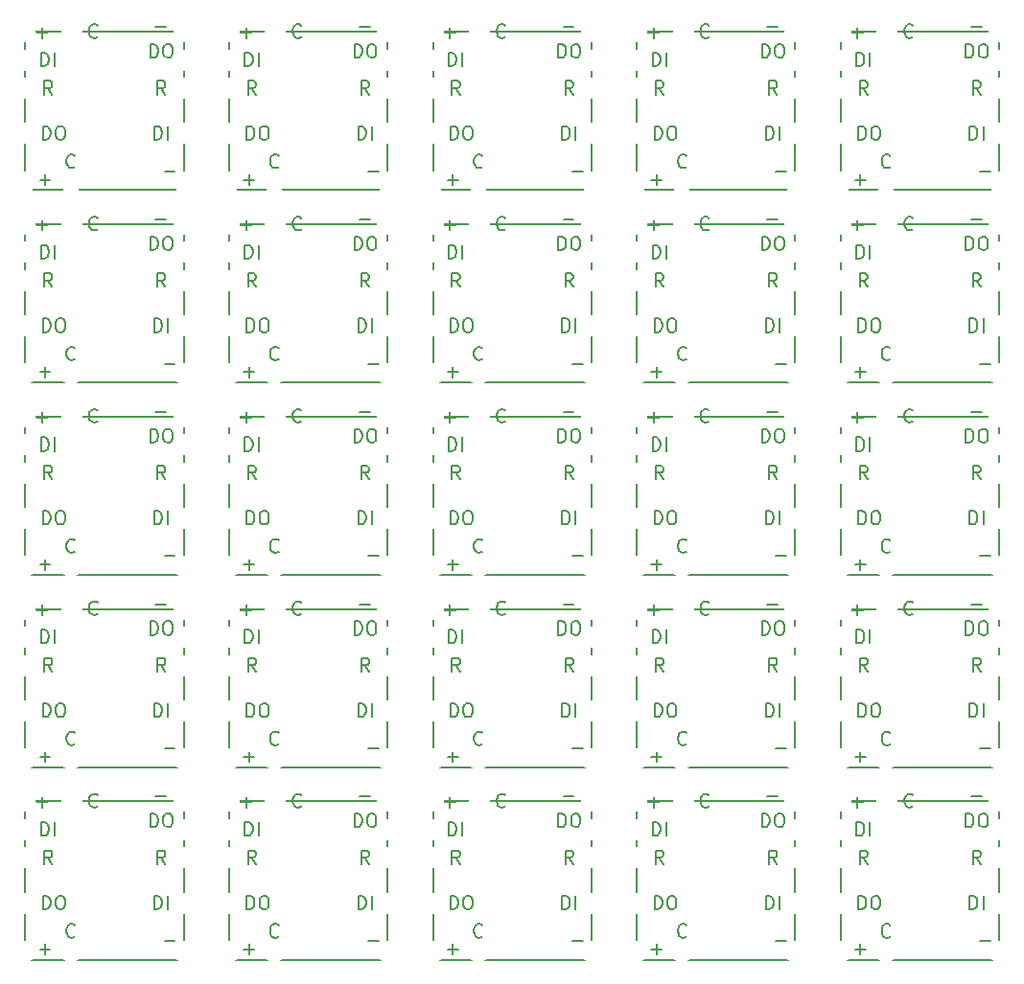
<source format=gto>
G04 #@! TF.GenerationSoftware,KiCad,Pcbnew,5.0.2-bee76a0~70~ubuntu18.04.1*
G04 #@! TF.CreationDate,2020-02-01T05:09:22+09:00*
G04 #@! TF.ProjectId,choc,63686f63-2e6b-4696-9361-645f70636258,rev?*
G04 #@! TF.SameCoordinates,Original*
G04 #@! TF.FileFunction,Legend,Top*
G04 #@! TF.FilePolarity,Positive*
%FSLAX46Y46*%
G04 Gerber Fmt 4.6, Leading zero omitted, Abs format (unit mm)*
G04 Created by KiCad (PCBNEW 5.0.2-bee76a0~70~ubuntu18.04.1) date 2020年02月01日 05時09分22秒*
%MOMM*%
%LPD*%
G01*
G04 APERTURE LIST*
%ADD10C,0.200000*%
%ADD11C,0.150000*%
%ADD12C,4.102000*%
%ADD13C,2.002000*%
%ADD14C,1.102000*%
%ADD15C,1.902000*%
G04 APERTURE END LIST*
D10*
X140824857Y-109382714D02*
X141739142Y-109382714D01*
X141282000Y-109839857D02*
X141282000Y-108925571D01*
X122824857Y-109382714D02*
X123739142Y-109382714D01*
X123282000Y-109839857D02*
X123282000Y-108925571D01*
X104824857Y-109382714D02*
X105739142Y-109382714D01*
X105282000Y-109839857D02*
X105282000Y-108925571D01*
X86824857Y-109382714D02*
X87739142Y-109382714D01*
X87282000Y-109839857D02*
X87282000Y-108925571D01*
X68824857Y-109382714D02*
X69739142Y-109382714D01*
X69282000Y-109839857D02*
X69282000Y-108925571D01*
X140824857Y-92382714D02*
X141739142Y-92382714D01*
X141282000Y-92839857D02*
X141282000Y-91925571D01*
X122824857Y-92382714D02*
X123739142Y-92382714D01*
X123282000Y-92839857D02*
X123282000Y-91925571D01*
X104824857Y-92382714D02*
X105739142Y-92382714D01*
X105282000Y-92839857D02*
X105282000Y-91925571D01*
X86824857Y-92382714D02*
X87739142Y-92382714D01*
X87282000Y-92839857D02*
X87282000Y-91925571D01*
X68824857Y-92382714D02*
X69739142Y-92382714D01*
X69282000Y-92839857D02*
X69282000Y-91925571D01*
X140824857Y-75382714D02*
X141739142Y-75382714D01*
X141282000Y-75839857D02*
X141282000Y-74925571D01*
X122824857Y-75382714D02*
X123739142Y-75382714D01*
X123282000Y-75839857D02*
X123282000Y-74925571D01*
X104824857Y-75382714D02*
X105739142Y-75382714D01*
X105282000Y-75839857D02*
X105282000Y-74925571D01*
X86824857Y-75382714D02*
X87739142Y-75382714D01*
X87282000Y-75839857D02*
X87282000Y-74925571D01*
X68824857Y-75382714D02*
X69739142Y-75382714D01*
X69282000Y-75839857D02*
X69282000Y-74925571D01*
X140824857Y-58382714D02*
X141739142Y-58382714D01*
X141282000Y-58839857D02*
X141282000Y-57925571D01*
X122824857Y-58382714D02*
X123739142Y-58382714D01*
X123282000Y-58839857D02*
X123282000Y-57925571D01*
X104824857Y-58382714D02*
X105739142Y-58382714D01*
X105282000Y-58839857D02*
X105282000Y-57925571D01*
X86824857Y-58382714D02*
X87739142Y-58382714D01*
X87282000Y-58839857D02*
X87282000Y-57925571D01*
X68824857Y-58382714D02*
X69739142Y-58382714D01*
X69282000Y-58839857D02*
X69282000Y-57925571D01*
X140824857Y-41382714D02*
X141739142Y-41382714D01*
X141282000Y-41839857D02*
X141282000Y-40925571D01*
X122824857Y-41382714D02*
X123739142Y-41382714D01*
X123282000Y-41839857D02*
X123282000Y-40925571D01*
X104824857Y-41382714D02*
X105739142Y-41382714D01*
X105282000Y-41839857D02*
X105282000Y-40925571D01*
X86824857Y-41382714D02*
X87739142Y-41382714D01*
X87282000Y-41839857D02*
X87282000Y-40925571D01*
X151060857Y-95890714D02*
X151975142Y-95890714D01*
X133060857Y-95890714D02*
X133975142Y-95890714D01*
X115060857Y-95890714D02*
X115975142Y-95890714D01*
X97060857Y-95890714D02*
X97975142Y-95890714D01*
X79060857Y-95890714D02*
X79975142Y-95890714D01*
X151060857Y-78890714D02*
X151975142Y-78890714D01*
X133060857Y-78890714D02*
X133975142Y-78890714D01*
X115060857Y-78890714D02*
X115975142Y-78890714D01*
X97060857Y-78890714D02*
X97975142Y-78890714D01*
X79060857Y-78890714D02*
X79975142Y-78890714D01*
X151060857Y-61890714D02*
X151975142Y-61890714D01*
X133060857Y-61890714D02*
X133975142Y-61890714D01*
X115060857Y-61890714D02*
X115975142Y-61890714D01*
X97060857Y-61890714D02*
X97975142Y-61890714D01*
X79060857Y-61890714D02*
X79975142Y-61890714D01*
X151060857Y-44890714D02*
X151975142Y-44890714D01*
X133060857Y-44890714D02*
X133975142Y-44890714D01*
X115060857Y-44890714D02*
X115975142Y-44890714D01*
X97060857Y-44890714D02*
X97975142Y-44890714D01*
X79060857Y-44890714D02*
X79975142Y-44890714D01*
X151060857Y-27890714D02*
X151975142Y-27890714D01*
X133060857Y-27890714D02*
X133975142Y-27890714D01*
X115060857Y-27890714D02*
X115975142Y-27890714D01*
X97060857Y-27890714D02*
X97975142Y-27890714D01*
X140574857Y-96382714D02*
X141489142Y-96382714D01*
X141032000Y-96839857D02*
X141032000Y-95925571D01*
X122574857Y-96382714D02*
X123489142Y-96382714D01*
X123032000Y-96839857D02*
X123032000Y-95925571D01*
X104574857Y-96382714D02*
X105489142Y-96382714D01*
X105032000Y-96839857D02*
X105032000Y-95925571D01*
X86574857Y-96382714D02*
X87489142Y-96382714D01*
X87032000Y-96839857D02*
X87032000Y-95925571D01*
X68574857Y-96382714D02*
X69489142Y-96382714D01*
X69032000Y-96839857D02*
X69032000Y-95925571D01*
X140574857Y-79382714D02*
X141489142Y-79382714D01*
X141032000Y-79839857D02*
X141032000Y-78925571D01*
X122574857Y-79382714D02*
X123489142Y-79382714D01*
X123032000Y-79839857D02*
X123032000Y-78925571D01*
X104574857Y-79382714D02*
X105489142Y-79382714D01*
X105032000Y-79839857D02*
X105032000Y-78925571D01*
X86574857Y-79382714D02*
X87489142Y-79382714D01*
X87032000Y-79839857D02*
X87032000Y-78925571D01*
X68574857Y-79382714D02*
X69489142Y-79382714D01*
X69032000Y-79839857D02*
X69032000Y-78925571D01*
X140574857Y-62382714D02*
X141489142Y-62382714D01*
X141032000Y-62839857D02*
X141032000Y-61925571D01*
X122574857Y-62382714D02*
X123489142Y-62382714D01*
X123032000Y-62839857D02*
X123032000Y-61925571D01*
X104574857Y-62382714D02*
X105489142Y-62382714D01*
X105032000Y-62839857D02*
X105032000Y-61925571D01*
X86574857Y-62382714D02*
X87489142Y-62382714D01*
X87032000Y-62839857D02*
X87032000Y-61925571D01*
X68574857Y-62382714D02*
X69489142Y-62382714D01*
X69032000Y-62839857D02*
X69032000Y-61925571D01*
X140574857Y-45382714D02*
X141489142Y-45382714D01*
X141032000Y-45839857D02*
X141032000Y-44925571D01*
X122574857Y-45382714D02*
X123489142Y-45382714D01*
X123032000Y-45839857D02*
X123032000Y-44925571D01*
X104574857Y-45382714D02*
X105489142Y-45382714D01*
X105032000Y-45839857D02*
X105032000Y-44925571D01*
X86574857Y-45382714D02*
X87489142Y-45382714D01*
X87032000Y-45839857D02*
X87032000Y-44925571D01*
X68574857Y-45382714D02*
X69489142Y-45382714D01*
X69032000Y-45839857D02*
X69032000Y-44925571D01*
X140574857Y-28382714D02*
X141489142Y-28382714D01*
X141032000Y-28839857D02*
X141032000Y-27925571D01*
X122574857Y-28382714D02*
X123489142Y-28382714D01*
X123032000Y-28839857D02*
X123032000Y-27925571D01*
X104574857Y-28382714D02*
X105489142Y-28382714D01*
X105032000Y-28839857D02*
X105032000Y-27925571D01*
X86574857Y-28382714D02*
X87489142Y-28382714D01*
X87032000Y-28839857D02*
X87032000Y-27925571D01*
X145903428Y-96725571D02*
X145846285Y-96782714D01*
X145674857Y-96839857D01*
X145560571Y-96839857D01*
X145389142Y-96782714D01*
X145274857Y-96668428D01*
X145217714Y-96554142D01*
X145160571Y-96325571D01*
X145160571Y-96154142D01*
X145217714Y-95925571D01*
X145274857Y-95811285D01*
X145389142Y-95697000D01*
X145560571Y-95639857D01*
X145674857Y-95639857D01*
X145846285Y-95697000D01*
X145903428Y-95754142D01*
X127903428Y-96725571D02*
X127846285Y-96782714D01*
X127674857Y-96839857D01*
X127560571Y-96839857D01*
X127389142Y-96782714D01*
X127274857Y-96668428D01*
X127217714Y-96554142D01*
X127160571Y-96325571D01*
X127160571Y-96154142D01*
X127217714Y-95925571D01*
X127274857Y-95811285D01*
X127389142Y-95697000D01*
X127560571Y-95639857D01*
X127674857Y-95639857D01*
X127846285Y-95697000D01*
X127903428Y-95754142D01*
X109903428Y-96725571D02*
X109846285Y-96782714D01*
X109674857Y-96839857D01*
X109560571Y-96839857D01*
X109389142Y-96782714D01*
X109274857Y-96668428D01*
X109217714Y-96554142D01*
X109160571Y-96325571D01*
X109160571Y-96154142D01*
X109217714Y-95925571D01*
X109274857Y-95811285D01*
X109389142Y-95697000D01*
X109560571Y-95639857D01*
X109674857Y-95639857D01*
X109846285Y-95697000D01*
X109903428Y-95754142D01*
X91903428Y-96725571D02*
X91846285Y-96782714D01*
X91674857Y-96839857D01*
X91560571Y-96839857D01*
X91389142Y-96782714D01*
X91274857Y-96668428D01*
X91217714Y-96554142D01*
X91160571Y-96325571D01*
X91160571Y-96154142D01*
X91217714Y-95925571D01*
X91274857Y-95811285D01*
X91389142Y-95697000D01*
X91560571Y-95639857D01*
X91674857Y-95639857D01*
X91846285Y-95697000D01*
X91903428Y-95754142D01*
X73903428Y-96725571D02*
X73846285Y-96782714D01*
X73674857Y-96839857D01*
X73560571Y-96839857D01*
X73389142Y-96782714D01*
X73274857Y-96668428D01*
X73217714Y-96554142D01*
X73160571Y-96325571D01*
X73160571Y-96154142D01*
X73217714Y-95925571D01*
X73274857Y-95811285D01*
X73389142Y-95697000D01*
X73560571Y-95639857D01*
X73674857Y-95639857D01*
X73846285Y-95697000D01*
X73903428Y-95754142D01*
X145903428Y-79725571D02*
X145846285Y-79782714D01*
X145674857Y-79839857D01*
X145560571Y-79839857D01*
X145389142Y-79782714D01*
X145274857Y-79668428D01*
X145217714Y-79554142D01*
X145160571Y-79325571D01*
X145160571Y-79154142D01*
X145217714Y-78925571D01*
X145274857Y-78811285D01*
X145389142Y-78697000D01*
X145560571Y-78639857D01*
X145674857Y-78639857D01*
X145846285Y-78697000D01*
X145903428Y-78754142D01*
X127903428Y-79725571D02*
X127846285Y-79782714D01*
X127674857Y-79839857D01*
X127560571Y-79839857D01*
X127389142Y-79782714D01*
X127274857Y-79668428D01*
X127217714Y-79554142D01*
X127160571Y-79325571D01*
X127160571Y-79154142D01*
X127217714Y-78925571D01*
X127274857Y-78811285D01*
X127389142Y-78697000D01*
X127560571Y-78639857D01*
X127674857Y-78639857D01*
X127846285Y-78697000D01*
X127903428Y-78754142D01*
X109903428Y-79725571D02*
X109846285Y-79782714D01*
X109674857Y-79839857D01*
X109560571Y-79839857D01*
X109389142Y-79782714D01*
X109274857Y-79668428D01*
X109217714Y-79554142D01*
X109160571Y-79325571D01*
X109160571Y-79154142D01*
X109217714Y-78925571D01*
X109274857Y-78811285D01*
X109389142Y-78697000D01*
X109560571Y-78639857D01*
X109674857Y-78639857D01*
X109846285Y-78697000D01*
X109903428Y-78754142D01*
X91903428Y-79725571D02*
X91846285Y-79782714D01*
X91674857Y-79839857D01*
X91560571Y-79839857D01*
X91389142Y-79782714D01*
X91274857Y-79668428D01*
X91217714Y-79554142D01*
X91160571Y-79325571D01*
X91160571Y-79154142D01*
X91217714Y-78925571D01*
X91274857Y-78811285D01*
X91389142Y-78697000D01*
X91560571Y-78639857D01*
X91674857Y-78639857D01*
X91846285Y-78697000D01*
X91903428Y-78754142D01*
X73903428Y-79725571D02*
X73846285Y-79782714D01*
X73674857Y-79839857D01*
X73560571Y-79839857D01*
X73389142Y-79782714D01*
X73274857Y-79668428D01*
X73217714Y-79554142D01*
X73160571Y-79325571D01*
X73160571Y-79154142D01*
X73217714Y-78925571D01*
X73274857Y-78811285D01*
X73389142Y-78697000D01*
X73560571Y-78639857D01*
X73674857Y-78639857D01*
X73846285Y-78697000D01*
X73903428Y-78754142D01*
X145903428Y-62725571D02*
X145846285Y-62782714D01*
X145674857Y-62839857D01*
X145560571Y-62839857D01*
X145389142Y-62782714D01*
X145274857Y-62668428D01*
X145217714Y-62554142D01*
X145160571Y-62325571D01*
X145160571Y-62154142D01*
X145217714Y-61925571D01*
X145274857Y-61811285D01*
X145389142Y-61697000D01*
X145560571Y-61639857D01*
X145674857Y-61639857D01*
X145846285Y-61697000D01*
X145903428Y-61754142D01*
X127903428Y-62725571D02*
X127846285Y-62782714D01*
X127674857Y-62839857D01*
X127560571Y-62839857D01*
X127389142Y-62782714D01*
X127274857Y-62668428D01*
X127217714Y-62554142D01*
X127160571Y-62325571D01*
X127160571Y-62154142D01*
X127217714Y-61925571D01*
X127274857Y-61811285D01*
X127389142Y-61697000D01*
X127560571Y-61639857D01*
X127674857Y-61639857D01*
X127846285Y-61697000D01*
X127903428Y-61754142D01*
X109903428Y-62725571D02*
X109846285Y-62782714D01*
X109674857Y-62839857D01*
X109560571Y-62839857D01*
X109389142Y-62782714D01*
X109274857Y-62668428D01*
X109217714Y-62554142D01*
X109160571Y-62325571D01*
X109160571Y-62154142D01*
X109217714Y-61925571D01*
X109274857Y-61811285D01*
X109389142Y-61697000D01*
X109560571Y-61639857D01*
X109674857Y-61639857D01*
X109846285Y-61697000D01*
X109903428Y-61754142D01*
X91903428Y-62725571D02*
X91846285Y-62782714D01*
X91674857Y-62839857D01*
X91560571Y-62839857D01*
X91389142Y-62782714D01*
X91274857Y-62668428D01*
X91217714Y-62554142D01*
X91160571Y-62325571D01*
X91160571Y-62154142D01*
X91217714Y-61925571D01*
X91274857Y-61811285D01*
X91389142Y-61697000D01*
X91560571Y-61639857D01*
X91674857Y-61639857D01*
X91846285Y-61697000D01*
X91903428Y-61754142D01*
X73903428Y-62725571D02*
X73846285Y-62782714D01*
X73674857Y-62839857D01*
X73560571Y-62839857D01*
X73389142Y-62782714D01*
X73274857Y-62668428D01*
X73217714Y-62554142D01*
X73160571Y-62325571D01*
X73160571Y-62154142D01*
X73217714Y-61925571D01*
X73274857Y-61811285D01*
X73389142Y-61697000D01*
X73560571Y-61639857D01*
X73674857Y-61639857D01*
X73846285Y-61697000D01*
X73903428Y-61754142D01*
X145903428Y-45725571D02*
X145846285Y-45782714D01*
X145674857Y-45839857D01*
X145560571Y-45839857D01*
X145389142Y-45782714D01*
X145274857Y-45668428D01*
X145217714Y-45554142D01*
X145160571Y-45325571D01*
X145160571Y-45154142D01*
X145217714Y-44925571D01*
X145274857Y-44811285D01*
X145389142Y-44697000D01*
X145560571Y-44639857D01*
X145674857Y-44639857D01*
X145846285Y-44697000D01*
X145903428Y-44754142D01*
X127903428Y-45725571D02*
X127846285Y-45782714D01*
X127674857Y-45839857D01*
X127560571Y-45839857D01*
X127389142Y-45782714D01*
X127274857Y-45668428D01*
X127217714Y-45554142D01*
X127160571Y-45325571D01*
X127160571Y-45154142D01*
X127217714Y-44925571D01*
X127274857Y-44811285D01*
X127389142Y-44697000D01*
X127560571Y-44639857D01*
X127674857Y-44639857D01*
X127846285Y-44697000D01*
X127903428Y-44754142D01*
X109903428Y-45725571D02*
X109846285Y-45782714D01*
X109674857Y-45839857D01*
X109560571Y-45839857D01*
X109389142Y-45782714D01*
X109274857Y-45668428D01*
X109217714Y-45554142D01*
X109160571Y-45325571D01*
X109160571Y-45154142D01*
X109217714Y-44925571D01*
X109274857Y-44811285D01*
X109389142Y-44697000D01*
X109560571Y-44639857D01*
X109674857Y-44639857D01*
X109846285Y-44697000D01*
X109903428Y-44754142D01*
X91903428Y-45725571D02*
X91846285Y-45782714D01*
X91674857Y-45839857D01*
X91560571Y-45839857D01*
X91389142Y-45782714D01*
X91274857Y-45668428D01*
X91217714Y-45554142D01*
X91160571Y-45325571D01*
X91160571Y-45154142D01*
X91217714Y-44925571D01*
X91274857Y-44811285D01*
X91389142Y-44697000D01*
X91560571Y-44639857D01*
X91674857Y-44639857D01*
X91846285Y-44697000D01*
X91903428Y-44754142D01*
X73903428Y-45725571D02*
X73846285Y-45782714D01*
X73674857Y-45839857D01*
X73560571Y-45839857D01*
X73389142Y-45782714D01*
X73274857Y-45668428D01*
X73217714Y-45554142D01*
X73160571Y-45325571D01*
X73160571Y-45154142D01*
X73217714Y-44925571D01*
X73274857Y-44811285D01*
X73389142Y-44697000D01*
X73560571Y-44639857D01*
X73674857Y-44639857D01*
X73846285Y-44697000D01*
X73903428Y-44754142D01*
X145903428Y-28725571D02*
X145846285Y-28782714D01*
X145674857Y-28839857D01*
X145560571Y-28839857D01*
X145389142Y-28782714D01*
X145274857Y-28668428D01*
X145217714Y-28554142D01*
X145160571Y-28325571D01*
X145160571Y-28154142D01*
X145217714Y-27925571D01*
X145274857Y-27811285D01*
X145389142Y-27697000D01*
X145560571Y-27639857D01*
X145674857Y-27639857D01*
X145846285Y-27697000D01*
X145903428Y-27754142D01*
X127903428Y-28725571D02*
X127846285Y-28782714D01*
X127674857Y-28839857D01*
X127560571Y-28839857D01*
X127389142Y-28782714D01*
X127274857Y-28668428D01*
X127217714Y-28554142D01*
X127160571Y-28325571D01*
X127160571Y-28154142D01*
X127217714Y-27925571D01*
X127274857Y-27811285D01*
X127389142Y-27697000D01*
X127560571Y-27639857D01*
X127674857Y-27639857D01*
X127846285Y-27697000D01*
X127903428Y-27754142D01*
X109903428Y-28725571D02*
X109846285Y-28782714D01*
X109674857Y-28839857D01*
X109560571Y-28839857D01*
X109389142Y-28782714D01*
X109274857Y-28668428D01*
X109217714Y-28554142D01*
X109160571Y-28325571D01*
X109160571Y-28154142D01*
X109217714Y-27925571D01*
X109274857Y-27811285D01*
X109389142Y-27697000D01*
X109560571Y-27639857D01*
X109674857Y-27639857D01*
X109846285Y-27697000D01*
X109903428Y-27754142D01*
X91903428Y-28725571D02*
X91846285Y-28782714D01*
X91674857Y-28839857D01*
X91560571Y-28839857D01*
X91389142Y-28782714D01*
X91274857Y-28668428D01*
X91217714Y-28554142D01*
X91160571Y-28325571D01*
X91160571Y-28154142D01*
X91217714Y-27925571D01*
X91274857Y-27811285D01*
X91389142Y-27697000D01*
X91560571Y-27639857D01*
X91674857Y-27639857D01*
X91846285Y-27697000D01*
X91903428Y-27754142D01*
X143903428Y-108225571D02*
X143846285Y-108282714D01*
X143674857Y-108339857D01*
X143560571Y-108339857D01*
X143389142Y-108282714D01*
X143274857Y-108168428D01*
X143217714Y-108054142D01*
X143160571Y-107825571D01*
X143160571Y-107654142D01*
X143217714Y-107425571D01*
X143274857Y-107311285D01*
X143389142Y-107197000D01*
X143560571Y-107139857D01*
X143674857Y-107139857D01*
X143846285Y-107197000D01*
X143903428Y-107254142D01*
X125903428Y-108225571D02*
X125846285Y-108282714D01*
X125674857Y-108339857D01*
X125560571Y-108339857D01*
X125389142Y-108282714D01*
X125274857Y-108168428D01*
X125217714Y-108054142D01*
X125160571Y-107825571D01*
X125160571Y-107654142D01*
X125217714Y-107425571D01*
X125274857Y-107311285D01*
X125389142Y-107197000D01*
X125560571Y-107139857D01*
X125674857Y-107139857D01*
X125846285Y-107197000D01*
X125903428Y-107254142D01*
X107903428Y-108225571D02*
X107846285Y-108282714D01*
X107674857Y-108339857D01*
X107560571Y-108339857D01*
X107389142Y-108282714D01*
X107274857Y-108168428D01*
X107217714Y-108054142D01*
X107160571Y-107825571D01*
X107160571Y-107654142D01*
X107217714Y-107425571D01*
X107274857Y-107311285D01*
X107389142Y-107197000D01*
X107560571Y-107139857D01*
X107674857Y-107139857D01*
X107846285Y-107197000D01*
X107903428Y-107254142D01*
X89903428Y-108225571D02*
X89846285Y-108282714D01*
X89674857Y-108339857D01*
X89560571Y-108339857D01*
X89389142Y-108282714D01*
X89274857Y-108168428D01*
X89217714Y-108054142D01*
X89160571Y-107825571D01*
X89160571Y-107654142D01*
X89217714Y-107425571D01*
X89274857Y-107311285D01*
X89389142Y-107197000D01*
X89560571Y-107139857D01*
X89674857Y-107139857D01*
X89846285Y-107197000D01*
X89903428Y-107254142D01*
X71903428Y-108225571D02*
X71846285Y-108282714D01*
X71674857Y-108339857D01*
X71560571Y-108339857D01*
X71389142Y-108282714D01*
X71274857Y-108168428D01*
X71217714Y-108054142D01*
X71160571Y-107825571D01*
X71160571Y-107654142D01*
X71217714Y-107425571D01*
X71274857Y-107311285D01*
X71389142Y-107197000D01*
X71560571Y-107139857D01*
X71674857Y-107139857D01*
X71846285Y-107197000D01*
X71903428Y-107254142D01*
X143903428Y-91225571D02*
X143846285Y-91282714D01*
X143674857Y-91339857D01*
X143560571Y-91339857D01*
X143389142Y-91282714D01*
X143274857Y-91168428D01*
X143217714Y-91054142D01*
X143160571Y-90825571D01*
X143160571Y-90654142D01*
X143217714Y-90425571D01*
X143274857Y-90311285D01*
X143389142Y-90197000D01*
X143560571Y-90139857D01*
X143674857Y-90139857D01*
X143846285Y-90197000D01*
X143903428Y-90254142D01*
X125903428Y-91225571D02*
X125846285Y-91282714D01*
X125674857Y-91339857D01*
X125560571Y-91339857D01*
X125389142Y-91282714D01*
X125274857Y-91168428D01*
X125217714Y-91054142D01*
X125160571Y-90825571D01*
X125160571Y-90654142D01*
X125217714Y-90425571D01*
X125274857Y-90311285D01*
X125389142Y-90197000D01*
X125560571Y-90139857D01*
X125674857Y-90139857D01*
X125846285Y-90197000D01*
X125903428Y-90254142D01*
X107903428Y-91225571D02*
X107846285Y-91282714D01*
X107674857Y-91339857D01*
X107560571Y-91339857D01*
X107389142Y-91282714D01*
X107274857Y-91168428D01*
X107217714Y-91054142D01*
X107160571Y-90825571D01*
X107160571Y-90654142D01*
X107217714Y-90425571D01*
X107274857Y-90311285D01*
X107389142Y-90197000D01*
X107560571Y-90139857D01*
X107674857Y-90139857D01*
X107846285Y-90197000D01*
X107903428Y-90254142D01*
X89903428Y-91225571D02*
X89846285Y-91282714D01*
X89674857Y-91339857D01*
X89560571Y-91339857D01*
X89389142Y-91282714D01*
X89274857Y-91168428D01*
X89217714Y-91054142D01*
X89160571Y-90825571D01*
X89160571Y-90654142D01*
X89217714Y-90425571D01*
X89274857Y-90311285D01*
X89389142Y-90197000D01*
X89560571Y-90139857D01*
X89674857Y-90139857D01*
X89846285Y-90197000D01*
X89903428Y-90254142D01*
X71903428Y-91225571D02*
X71846285Y-91282714D01*
X71674857Y-91339857D01*
X71560571Y-91339857D01*
X71389142Y-91282714D01*
X71274857Y-91168428D01*
X71217714Y-91054142D01*
X71160571Y-90825571D01*
X71160571Y-90654142D01*
X71217714Y-90425571D01*
X71274857Y-90311285D01*
X71389142Y-90197000D01*
X71560571Y-90139857D01*
X71674857Y-90139857D01*
X71846285Y-90197000D01*
X71903428Y-90254142D01*
X143903428Y-74225571D02*
X143846285Y-74282714D01*
X143674857Y-74339857D01*
X143560571Y-74339857D01*
X143389142Y-74282714D01*
X143274857Y-74168428D01*
X143217714Y-74054142D01*
X143160571Y-73825571D01*
X143160571Y-73654142D01*
X143217714Y-73425571D01*
X143274857Y-73311285D01*
X143389142Y-73197000D01*
X143560571Y-73139857D01*
X143674857Y-73139857D01*
X143846285Y-73197000D01*
X143903428Y-73254142D01*
X125903428Y-74225571D02*
X125846285Y-74282714D01*
X125674857Y-74339857D01*
X125560571Y-74339857D01*
X125389142Y-74282714D01*
X125274857Y-74168428D01*
X125217714Y-74054142D01*
X125160571Y-73825571D01*
X125160571Y-73654142D01*
X125217714Y-73425571D01*
X125274857Y-73311285D01*
X125389142Y-73197000D01*
X125560571Y-73139857D01*
X125674857Y-73139857D01*
X125846285Y-73197000D01*
X125903428Y-73254142D01*
X107903428Y-74225571D02*
X107846285Y-74282714D01*
X107674857Y-74339857D01*
X107560571Y-74339857D01*
X107389142Y-74282714D01*
X107274857Y-74168428D01*
X107217714Y-74054142D01*
X107160571Y-73825571D01*
X107160571Y-73654142D01*
X107217714Y-73425571D01*
X107274857Y-73311285D01*
X107389142Y-73197000D01*
X107560571Y-73139857D01*
X107674857Y-73139857D01*
X107846285Y-73197000D01*
X107903428Y-73254142D01*
X89903428Y-74225571D02*
X89846285Y-74282714D01*
X89674857Y-74339857D01*
X89560571Y-74339857D01*
X89389142Y-74282714D01*
X89274857Y-74168428D01*
X89217714Y-74054142D01*
X89160571Y-73825571D01*
X89160571Y-73654142D01*
X89217714Y-73425571D01*
X89274857Y-73311285D01*
X89389142Y-73197000D01*
X89560571Y-73139857D01*
X89674857Y-73139857D01*
X89846285Y-73197000D01*
X89903428Y-73254142D01*
X71903428Y-74225571D02*
X71846285Y-74282714D01*
X71674857Y-74339857D01*
X71560571Y-74339857D01*
X71389142Y-74282714D01*
X71274857Y-74168428D01*
X71217714Y-74054142D01*
X71160571Y-73825571D01*
X71160571Y-73654142D01*
X71217714Y-73425571D01*
X71274857Y-73311285D01*
X71389142Y-73197000D01*
X71560571Y-73139857D01*
X71674857Y-73139857D01*
X71846285Y-73197000D01*
X71903428Y-73254142D01*
X143903428Y-57225571D02*
X143846285Y-57282714D01*
X143674857Y-57339857D01*
X143560571Y-57339857D01*
X143389142Y-57282714D01*
X143274857Y-57168428D01*
X143217714Y-57054142D01*
X143160571Y-56825571D01*
X143160571Y-56654142D01*
X143217714Y-56425571D01*
X143274857Y-56311285D01*
X143389142Y-56197000D01*
X143560571Y-56139857D01*
X143674857Y-56139857D01*
X143846285Y-56197000D01*
X143903428Y-56254142D01*
X125903428Y-57225571D02*
X125846285Y-57282714D01*
X125674857Y-57339857D01*
X125560571Y-57339857D01*
X125389142Y-57282714D01*
X125274857Y-57168428D01*
X125217714Y-57054142D01*
X125160571Y-56825571D01*
X125160571Y-56654142D01*
X125217714Y-56425571D01*
X125274857Y-56311285D01*
X125389142Y-56197000D01*
X125560571Y-56139857D01*
X125674857Y-56139857D01*
X125846285Y-56197000D01*
X125903428Y-56254142D01*
X107903428Y-57225571D02*
X107846285Y-57282714D01*
X107674857Y-57339857D01*
X107560571Y-57339857D01*
X107389142Y-57282714D01*
X107274857Y-57168428D01*
X107217714Y-57054142D01*
X107160571Y-56825571D01*
X107160571Y-56654142D01*
X107217714Y-56425571D01*
X107274857Y-56311285D01*
X107389142Y-56197000D01*
X107560571Y-56139857D01*
X107674857Y-56139857D01*
X107846285Y-56197000D01*
X107903428Y-56254142D01*
X89903428Y-57225571D02*
X89846285Y-57282714D01*
X89674857Y-57339857D01*
X89560571Y-57339857D01*
X89389142Y-57282714D01*
X89274857Y-57168428D01*
X89217714Y-57054142D01*
X89160571Y-56825571D01*
X89160571Y-56654142D01*
X89217714Y-56425571D01*
X89274857Y-56311285D01*
X89389142Y-56197000D01*
X89560571Y-56139857D01*
X89674857Y-56139857D01*
X89846285Y-56197000D01*
X89903428Y-56254142D01*
X71903428Y-57225571D02*
X71846285Y-57282714D01*
X71674857Y-57339857D01*
X71560571Y-57339857D01*
X71389142Y-57282714D01*
X71274857Y-57168428D01*
X71217714Y-57054142D01*
X71160571Y-56825571D01*
X71160571Y-56654142D01*
X71217714Y-56425571D01*
X71274857Y-56311285D01*
X71389142Y-56197000D01*
X71560571Y-56139857D01*
X71674857Y-56139857D01*
X71846285Y-56197000D01*
X71903428Y-56254142D01*
X143903428Y-40225571D02*
X143846285Y-40282714D01*
X143674857Y-40339857D01*
X143560571Y-40339857D01*
X143389142Y-40282714D01*
X143274857Y-40168428D01*
X143217714Y-40054142D01*
X143160571Y-39825571D01*
X143160571Y-39654142D01*
X143217714Y-39425571D01*
X143274857Y-39311285D01*
X143389142Y-39197000D01*
X143560571Y-39139857D01*
X143674857Y-39139857D01*
X143846285Y-39197000D01*
X143903428Y-39254142D01*
X125903428Y-40225571D02*
X125846285Y-40282714D01*
X125674857Y-40339857D01*
X125560571Y-40339857D01*
X125389142Y-40282714D01*
X125274857Y-40168428D01*
X125217714Y-40054142D01*
X125160571Y-39825571D01*
X125160571Y-39654142D01*
X125217714Y-39425571D01*
X125274857Y-39311285D01*
X125389142Y-39197000D01*
X125560571Y-39139857D01*
X125674857Y-39139857D01*
X125846285Y-39197000D01*
X125903428Y-39254142D01*
X107903428Y-40225571D02*
X107846285Y-40282714D01*
X107674857Y-40339857D01*
X107560571Y-40339857D01*
X107389142Y-40282714D01*
X107274857Y-40168428D01*
X107217714Y-40054142D01*
X107160571Y-39825571D01*
X107160571Y-39654142D01*
X107217714Y-39425571D01*
X107274857Y-39311285D01*
X107389142Y-39197000D01*
X107560571Y-39139857D01*
X107674857Y-39139857D01*
X107846285Y-39197000D01*
X107903428Y-39254142D01*
X89903428Y-40225571D02*
X89846285Y-40282714D01*
X89674857Y-40339857D01*
X89560571Y-40339857D01*
X89389142Y-40282714D01*
X89274857Y-40168428D01*
X89217714Y-40054142D01*
X89160571Y-39825571D01*
X89160571Y-39654142D01*
X89217714Y-39425571D01*
X89274857Y-39311285D01*
X89389142Y-39197000D01*
X89560571Y-39139857D01*
X89674857Y-39139857D01*
X89846285Y-39197000D01*
X89903428Y-39254142D01*
X141903428Y-101839857D02*
X141503428Y-101268428D01*
X141217714Y-101839857D02*
X141217714Y-100639857D01*
X141674857Y-100639857D01*
X141789142Y-100697000D01*
X141846285Y-100754142D01*
X141903428Y-100868428D01*
X141903428Y-101039857D01*
X141846285Y-101154142D01*
X141789142Y-101211285D01*
X141674857Y-101268428D01*
X141217714Y-101268428D01*
X123903428Y-101839857D02*
X123503428Y-101268428D01*
X123217714Y-101839857D02*
X123217714Y-100639857D01*
X123674857Y-100639857D01*
X123789142Y-100697000D01*
X123846285Y-100754142D01*
X123903428Y-100868428D01*
X123903428Y-101039857D01*
X123846285Y-101154142D01*
X123789142Y-101211285D01*
X123674857Y-101268428D01*
X123217714Y-101268428D01*
X105903428Y-101839857D02*
X105503428Y-101268428D01*
X105217714Y-101839857D02*
X105217714Y-100639857D01*
X105674857Y-100639857D01*
X105789142Y-100697000D01*
X105846285Y-100754142D01*
X105903428Y-100868428D01*
X105903428Y-101039857D01*
X105846285Y-101154142D01*
X105789142Y-101211285D01*
X105674857Y-101268428D01*
X105217714Y-101268428D01*
X87903428Y-101839857D02*
X87503428Y-101268428D01*
X87217714Y-101839857D02*
X87217714Y-100639857D01*
X87674857Y-100639857D01*
X87789142Y-100697000D01*
X87846285Y-100754142D01*
X87903428Y-100868428D01*
X87903428Y-101039857D01*
X87846285Y-101154142D01*
X87789142Y-101211285D01*
X87674857Y-101268428D01*
X87217714Y-101268428D01*
X69903428Y-101839857D02*
X69503428Y-101268428D01*
X69217714Y-101839857D02*
X69217714Y-100639857D01*
X69674857Y-100639857D01*
X69789142Y-100697000D01*
X69846285Y-100754142D01*
X69903428Y-100868428D01*
X69903428Y-101039857D01*
X69846285Y-101154142D01*
X69789142Y-101211285D01*
X69674857Y-101268428D01*
X69217714Y-101268428D01*
X141903428Y-84839857D02*
X141503428Y-84268428D01*
X141217714Y-84839857D02*
X141217714Y-83639857D01*
X141674857Y-83639857D01*
X141789142Y-83697000D01*
X141846285Y-83754142D01*
X141903428Y-83868428D01*
X141903428Y-84039857D01*
X141846285Y-84154142D01*
X141789142Y-84211285D01*
X141674857Y-84268428D01*
X141217714Y-84268428D01*
X123903428Y-84839857D02*
X123503428Y-84268428D01*
X123217714Y-84839857D02*
X123217714Y-83639857D01*
X123674857Y-83639857D01*
X123789142Y-83697000D01*
X123846285Y-83754142D01*
X123903428Y-83868428D01*
X123903428Y-84039857D01*
X123846285Y-84154142D01*
X123789142Y-84211285D01*
X123674857Y-84268428D01*
X123217714Y-84268428D01*
X105903428Y-84839857D02*
X105503428Y-84268428D01*
X105217714Y-84839857D02*
X105217714Y-83639857D01*
X105674857Y-83639857D01*
X105789142Y-83697000D01*
X105846285Y-83754142D01*
X105903428Y-83868428D01*
X105903428Y-84039857D01*
X105846285Y-84154142D01*
X105789142Y-84211285D01*
X105674857Y-84268428D01*
X105217714Y-84268428D01*
X87903428Y-84839857D02*
X87503428Y-84268428D01*
X87217714Y-84839857D02*
X87217714Y-83639857D01*
X87674857Y-83639857D01*
X87789142Y-83697000D01*
X87846285Y-83754142D01*
X87903428Y-83868428D01*
X87903428Y-84039857D01*
X87846285Y-84154142D01*
X87789142Y-84211285D01*
X87674857Y-84268428D01*
X87217714Y-84268428D01*
X69903428Y-84839857D02*
X69503428Y-84268428D01*
X69217714Y-84839857D02*
X69217714Y-83639857D01*
X69674857Y-83639857D01*
X69789142Y-83697000D01*
X69846285Y-83754142D01*
X69903428Y-83868428D01*
X69903428Y-84039857D01*
X69846285Y-84154142D01*
X69789142Y-84211285D01*
X69674857Y-84268428D01*
X69217714Y-84268428D01*
X141903428Y-67839857D02*
X141503428Y-67268428D01*
X141217714Y-67839857D02*
X141217714Y-66639857D01*
X141674857Y-66639857D01*
X141789142Y-66697000D01*
X141846285Y-66754142D01*
X141903428Y-66868428D01*
X141903428Y-67039857D01*
X141846285Y-67154142D01*
X141789142Y-67211285D01*
X141674857Y-67268428D01*
X141217714Y-67268428D01*
X123903428Y-67839857D02*
X123503428Y-67268428D01*
X123217714Y-67839857D02*
X123217714Y-66639857D01*
X123674857Y-66639857D01*
X123789142Y-66697000D01*
X123846285Y-66754142D01*
X123903428Y-66868428D01*
X123903428Y-67039857D01*
X123846285Y-67154142D01*
X123789142Y-67211285D01*
X123674857Y-67268428D01*
X123217714Y-67268428D01*
X105903428Y-67839857D02*
X105503428Y-67268428D01*
X105217714Y-67839857D02*
X105217714Y-66639857D01*
X105674857Y-66639857D01*
X105789142Y-66697000D01*
X105846285Y-66754142D01*
X105903428Y-66868428D01*
X105903428Y-67039857D01*
X105846285Y-67154142D01*
X105789142Y-67211285D01*
X105674857Y-67268428D01*
X105217714Y-67268428D01*
X87903428Y-67839857D02*
X87503428Y-67268428D01*
X87217714Y-67839857D02*
X87217714Y-66639857D01*
X87674857Y-66639857D01*
X87789142Y-66697000D01*
X87846285Y-66754142D01*
X87903428Y-66868428D01*
X87903428Y-67039857D01*
X87846285Y-67154142D01*
X87789142Y-67211285D01*
X87674857Y-67268428D01*
X87217714Y-67268428D01*
X69903428Y-67839857D02*
X69503428Y-67268428D01*
X69217714Y-67839857D02*
X69217714Y-66639857D01*
X69674857Y-66639857D01*
X69789142Y-66697000D01*
X69846285Y-66754142D01*
X69903428Y-66868428D01*
X69903428Y-67039857D01*
X69846285Y-67154142D01*
X69789142Y-67211285D01*
X69674857Y-67268428D01*
X69217714Y-67268428D01*
X141903428Y-50839857D02*
X141503428Y-50268428D01*
X141217714Y-50839857D02*
X141217714Y-49639857D01*
X141674857Y-49639857D01*
X141789142Y-49697000D01*
X141846285Y-49754142D01*
X141903428Y-49868428D01*
X141903428Y-50039857D01*
X141846285Y-50154142D01*
X141789142Y-50211285D01*
X141674857Y-50268428D01*
X141217714Y-50268428D01*
X123903428Y-50839857D02*
X123503428Y-50268428D01*
X123217714Y-50839857D02*
X123217714Y-49639857D01*
X123674857Y-49639857D01*
X123789142Y-49697000D01*
X123846285Y-49754142D01*
X123903428Y-49868428D01*
X123903428Y-50039857D01*
X123846285Y-50154142D01*
X123789142Y-50211285D01*
X123674857Y-50268428D01*
X123217714Y-50268428D01*
X105903428Y-50839857D02*
X105503428Y-50268428D01*
X105217714Y-50839857D02*
X105217714Y-49639857D01*
X105674857Y-49639857D01*
X105789142Y-49697000D01*
X105846285Y-49754142D01*
X105903428Y-49868428D01*
X105903428Y-50039857D01*
X105846285Y-50154142D01*
X105789142Y-50211285D01*
X105674857Y-50268428D01*
X105217714Y-50268428D01*
X87903428Y-50839857D02*
X87503428Y-50268428D01*
X87217714Y-50839857D02*
X87217714Y-49639857D01*
X87674857Y-49639857D01*
X87789142Y-49697000D01*
X87846285Y-49754142D01*
X87903428Y-49868428D01*
X87903428Y-50039857D01*
X87846285Y-50154142D01*
X87789142Y-50211285D01*
X87674857Y-50268428D01*
X87217714Y-50268428D01*
X69903428Y-50839857D02*
X69503428Y-50268428D01*
X69217714Y-50839857D02*
X69217714Y-49639857D01*
X69674857Y-49639857D01*
X69789142Y-49697000D01*
X69846285Y-49754142D01*
X69903428Y-49868428D01*
X69903428Y-50039857D01*
X69846285Y-50154142D01*
X69789142Y-50211285D01*
X69674857Y-50268428D01*
X69217714Y-50268428D01*
X141903428Y-33839857D02*
X141503428Y-33268428D01*
X141217714Y-33839857D02*
X141217714Y-32639857D01*
X141674857Y-32639857D01*
X141789142Y-32697000D01*
X141846285Y-32754142D01*
X141903428Y-32868428D01*
X141903428Y-33039857D01*
X141846285Y-33154142D01*
X141789142Y-33211285D01*
X141674857Y-33268428D01*
X141217714Y-33268428D01*
X123903428Y-33839857D02*
X123503428Y-33268428D01*
X123217714Y-33839857D02*
X123217714Y-32639857D01*
X123674857Y-32639857D01*
X123789142Y-32697000D01*
X123846285Y-32754142D01*
X123903428Y-32868428D01*
X123903428Y-33039857D01*
X123846285Y-33154142D01*
X123789142Y-33211285D01*
X123674857Y-33268428D01*
X123217714Y-33268428D01*
X105903428Y-33839857D02*
X105503428Y-33268428D01*
X105217714Y-33839857D02*
X105217714Y-32639857D01*
X105674857Y-32639857D01*
X105789142Y-32697000D01*
X105846285Y-32754142D01*
X105903428Y-32868428D01*
X105903428Y-33039857D01*
X105846285Y-33154142D01*
X105789142Y-33211285D01*
X105674857Y-33268428D01*
X105217714Y-33268428D01*
X87903428Y-33839857D02*
X87503428Y-33268428D01*
X87217714Y-33839857D02*
X87217714Y-32639857D01*
X87674857Y-32639857D01*
X87789142Y-32697000D01*
X87846285Y-32754142D01*
X87903428Y-32868428D01*
X87903428Y-33039857D01*
X87846285Y-33154142D01*
X87789142Y-33211285D01*
X87674857Y-33268428D01*
X87217714Y-33268428D01*
X151903428Y-101839857D02*
X151503428Y-101268428D01*
X151217714Y-101839857D02*
X151217714Y-100639857D01*
X151674857Y-100639857D01*
X151789142Y-100697000D01*
X151846285Y-100754142D01*
X151903428Y-100868428D01*
X151903428Y-101039857D01*
X151846285Y-101154142D01*
X151789142Y-101211285D01*
X151674857Y-101268428D01*
X151217714Y-101268428D01*
X133903428Y-101839857D02*
X133503428Y-101268428D01*
X133217714Y-101839857D02*
X133217714Y-100639857D01*
X133674857Y-100639857D01*
X133789142Y-100697000D01*
X133846285Y-100754142D01*
X133903428Y-100868428D01*
X133903428Y-101039857D01*
X133846285Y-101154142D01*
X133789142Y-101211285D01*
X133674857Y-101268428D01*
X133217714Y-101268428D01*
X115903428Y-101839857D02*
X115503428Y-101268428D01*
X115217714Y-101839857D02*
X115217714Y-100639857D01*
X115674857Y-100639857D01*
X115789142Y-100697000D01*
X115846285Y-100754142D01*
X115903428Y-100868428D01*
X115903428Y-101039857D01*
X115846285Y-101154142D01*
X115789142Y-101211285D01*
X115674857Y-101268428D01*
X115217714Y-101268428D01*
X97903428Y-101839857D02*
X97503428Y-101268428D01*
X97217714Y-101839857D02*
X97217714Y-100639857D01*
X97674857Y-100639857D01*
X97789142Y-100697000D01*
X97846285Y-100754142D01*
X97903428Y-100868428D01*
X97903428Y-101039857D01*
X97846285Y-101154142D01*
X97789142Y-101211285D01*
X97674857Y-101268428D01*
X97217714Y-101268428D01*
X79903428Y-101839857D02*
X79503428Y-101268428D01*
X79217714Y-101839857D02*
X79217714Y-100639857D01*
X79674857Y-100639857D01*
X79789142Y-100697000D01*
X79846285Y-100754142D01*
X79903428Y-100868428D01*
X79903428Y-101039857D01*
X79846285Y-101154142D01*
X79789142Y-101211285D01*
X79674857Y-101268428D01*
X79217714Y-101268428D01*
X151903428Y-84839857D02*
X151503428Y-84268428D01*
X151217714Y-84839857D02*
X151217714Y-83639857D01*
X151674857Y-83639857D01*
X151789142Y-83697000D01*
X151846285Y-83754142D01*
X151903428Y-83868428D01*
X151903428Y-84039857D01*
X151846285Y-84154142D01*
X151789142Y-84211285D01*
X151674857Y-84268428D01*
X151217714Y-84268428D01*
X133903428Y-84839857D02*
X133503428Y-84268428D01*
X133217714Y-84839857D02*
X133217714Y-83639857D01*
X133674857Y-83639857D01*
X133789142Y-83697000D01*
X133846285Y-83754142D01*
X133903428Y-83868428D01*
X133903428Y-84039857D01*
X133846285Y-84154142D01*
X133789142Y-84211285D01*
X133674857Y-84268428D01*
X133217714Y-84268428D01*
X115903428Y-84839857D02*
X115503428Y-84268428D01*
X115217714Y-84839857D02*
X115217714Y-83639857D01*
X115674857Y-83639857D01*
X115789142Y-83697000D01*
X115846285Y-83754142D01*
X115903428Y-83868428D01*
X115903428Y-84039857D01*
X115846285Y-84154142D01*
X115789142Y-84211285D01*
X115674857Y-84268428D01*
X115217714Y-84268428D01*
X97903428Y-84839857D02*
X97503428Y-84268428D01*
X97217714Y-84839857D02*
X97217714Y-83639857D01*
X97674857Y-83639857D01*
X97789142Y-83697000D01*
X97846285Y-83754142D01*
X97903428Y-83868428D01*
X97903428Y-84039857D01*
X97846285Y-84154142D01*
X97789142Y-84211285D01*
X97674857Y-84268428D01*
X97217714Y-84268428D01*
X79903428Y-84839857D02*
X79503428Y-84268428D01*
X79217714Y-84839857D02*
X79217714Y-83639857D01*
X79674857Y-83639857D01*
X79789142Y-83697000D01*
X79846285Y-83754142D01*
X79903428Y-83868428D01*
X79903428Y-84039857D01*
X79846285Y-84154142D01*
X79789142Y-84211285D01*
X79674857Y-84268428D01*
X79217714Y-84268428D01*
X151903428Y-67839857D02*
X151503428Y-67268428D01*
X151217714Y-67839857D02*
X151217714Y-66639857D01*
X151674857Y-66639857D01*
X151789142Y-66697000D01*
X151846285Y-66754142D01*
X151903428Y-66868428D01*
X151903428Y-67039857D01*
X151846285Y-67154142D01*
X151789142Y-67211285D01*
X151674857Y-67268428D01*
X151217714Y-67268428D01*
X133903428Y-67839857D02*
X133503428Y-67268428D01*
X133217714Y-67839857D02*
X133217714Y-66639857D01*
X133674857Y-66639857D01*
X133789142Y-66697000D01*
X133846285Y-66754142D01*
X133903428Y-66868428D01*
X133903428Y-67039857D01*
X133846285Y-67154142D01*
X133789142Y-67211285D01*
X133674857Y-67268428D01*
X133217714Y-67268428D01*
X115903428Y-67839857D02*
X115503428Y-67268428D01*
X115217714Y-67839857D02*
X115217714Y-66639857D01*
X115674857Y-66639857D01*
X115789142Y-66697000D01*
X115846285Y-66754142D01*
X115903428Y-66868428D01*
X115903428Y-67039857D01*
X115846285Y-67154142D01*
X115789142Y-67211285D01*
X115674857Y-67268428D01*
X115217714Y-67268428D01*
X97903428Y-67839857D02*
X97503428Y-67268428D01*
X97217714Y-67839857D02*
X97217714Y-66639857D01*
X97674857Y-66639857D01*
X97789142Y-66697000D01*
X97846285Y-66754142D01*
X97903428Y-66868428D01*
X97903428Y-67039857D01*
X97846285Y-67154142D01*
X97789142Y-67211285D01*
X97674857Y-67268428D01*
X97217714Y-67268428D01*
X79903428Y-67839857D02*
X79503428Y-67268428D01*
X79217714Y-67839857D02*
X79217714Y-66639857D01*
X79674857Y-66639857D01*
X79789142Y-66697000D01*
X79846285Y-66754142D01*
X79903428Y-66868428D01*
X79903428Y-67039857D01*
X79846285Y-67154142D01*
X79789142Y-67211285D01*
X79674857Y-67268428D01*
X79217714Y-67268428D01*
X151903428Y-50839857D02*
X151503428Y-50268428D01*
X151217714Y-50839857D02*
X151217714Y-49639857D01*
X151674857Y-49639857D01*
X151789142Y-49697000D01*
X151846285Y-49754142D01*
X151903428Y-49868428D01*
X151903428Y-50039857D01*
X151846285Y-50154142D01*
X151789142Y-50211285D01*
X151674857Y-50268428D01*
X151217714Y-50268428D01*
X133903428Y-50839857D02*
X133503428Y-50268428D01*
X133217714Y-50839857D02*
X133217714Y-49639857D01*
X133674857Y-49639857D01*
X133789142Y-49697000D01*
X133846285Y-49754142D01*
X133903428Y-49868428D01*
X133903428Y-50039857D01*
X133846285Y-50154142D01*
X133789142Y-50211285D01*
X133674857Y-50268428D01*
X133217714Y-50268428D01*
X115903428Y-50839857D02*
X115503428Y-50268428D01*
X115217714Y-50839857D02*
X115217714Y-49639857D01*
X115674857Y-49639857D01*
X115789142Y-49697000D01*
X115846285Y-49754142D01*
X115903428Y-49868428D01*
X115903428Y-50039857D01*
X115846285Y-50154142D01*
X115789142Y-50211285D01*
X115674857Y-50268428D01*
X115217714Y-50268428D01*
X97903428Y-50839857D02*
X97503428Y-50268428D01*
X97217714Y-50839857D02*
X97217714Y-49639857D01*
X97674857Y-49639857D01*
X97789142Y-49697000D01*
X97846285Y-49754142D01*
X97903428Y-49868428D01*
X97903428Y-50039857D01*
X97846285Y-50154142D01*
X97789142Y-50211285D01*
X97674857Y-50268428D01*
X97217714Y-50268428D01*
X79903428Y-50839857D02*
X79503428Y-50268428D01*
X79217714Y-50839857D02*
X79217714Y-49639857D01*
X79674857Y-49639857D01*
X79789142Y-49697000D01*
X79846285Y-49754142D01*
X79903428Y-49868428D01*
X79903428Y-50039857D01*
X79846285Y-50154142D01*
X79789142Y-50211285D01*
X79674857Y-50268428D01*
X79217714Y-50268428D01*
X151903428Y-33839857D02*
X151503428Y-33268428D01*
X151217714Y-33839857D02*
X151217714Y-32639857D01*
X151674857Y-32639857D01*
X151789142Y-32697000D01*
X151846285Y-32754142D01*
X151903428Y-32868428D01*
X151903428Y-33039857D01*
X151846285Y-33154142D01*
X151789142Y-33211285D01*
X151674857Y-33268428D01*
X151217714Y-33268428D01*
X133903428Y-33839857D02*
X133503428Y-33268428D01*
X133217714Y-33839857D02*
X133217714Y-32639857D01*
X133674857Y-32639857D01*
X133789142Y-32697000D01*
X133846285Y-32754142D01*
X133903428Y-32868428D01*
X133903428Y-33039857D01*
X133846285Y-33154142D01*
X133789142Y-33211285D01*
X133674857Y-33268428D01*
X133217714Y-33268428D01*
X115903428Y-33839857D02*
X115503428Y-33268428D01*
X115217714Y-33839857D02*
X115217714Y-32639857D01*
X115674857Y-32639857D01*
X115789142Y-32697000D01*
X115846285Y-32754142D01*
X115903428Y-32868428D01*
X115903428Y-33039857D01*
X115846285Y-33154142D01*
X115789142Y-33211285D01*
X115674857Y-33268428D01*
X115217714Y-33268428D01*
X97903428Y-33839857D02*
X97503428Y-33268428D01*
X97217714Y-33839857D02*
X97217714Y-32639857D01*
X97674857Y-32639857D01*
X97789142Y-32697000D01*
X97846285Y-32754142D01*
X97903428Y-32868428D01*
X97903428Y-33039857D01*
X97846285Y-33154142D01*
X97789142Y-33211285D01*
X97674857Y-33268428D01*
X97217714Y-33268428D01*
X150932000Y-105839857D02*
X150932000Y-104639857D01*
X151217714Y-104639857D01*
X151389142Y-104697000D01*
X151503428Y-104811285D01*
X151560571Y-104925571D01*
X151617714Y-105154142D01*
X151617714Y-105325571D01*
X151560571Y-105554142D01*
X151503428Y-105668428D01*
X151389142Y-105782714D01*
X151217714Y-105839857D01*
X150932000Y-105839857D01*
X152132000Y-105839857D02*
X152132000Y-104639857D01*
X132932000Y-105839857D02*
X132932000Y-104639857D01*
X133217714Y-104639857D01*
X133389142Y-104697000D01*
X133503428Y-104811285D01*
X133560571Y-104925571D01*
X133617714Y-105154142D01*
X133617714Y-105325571D01*
X133560571Y-105554142D01*
X133503428Y-105668428D01*
X133389142Y-105782714D01*
X133217714Y-105839857D01*
X132932000Y-105839857D01*
X134132000Y-105839857D02*
X134132000Y-104639857D01*
X114932000Y-105839857D02*
X114932000Y-104639857D01*
X115217714Y-104639857D01*
X115389142Y-104697000D01*
X115503428Y-104811285D01*
X115560571Y-104925571D01*
X115617714Y-105154142D01*
X115617714Y-105325571D01*
X115560571Y-105554142D01*
X115503428Y-105668428D01*
X115389142Y-105782714D01*
X115217714Y-105839857D01*
X114932000Y-105839857D01*
X116132000Y-105839857D02*
X116132000Y-104639857D01*
X96932000Y-105839857D02*
X96932000Y-104639857D01*
X97217714Y-104639857D01*
X97389142Y-104697000D01*
X97503428Y-104811285D01*
X97560571Y-104925571D01*
X97617714Y-105154142D01*
X97617714Y-105325571D01*
X97560571Y-105554142D01*
X97503428Y-105668428D01*
X97389142Y-105782714D01*
X97217714Y-105839857D01*
X96932000Y-105839857D01*
X98132000Y-105839857D02*
X98132000Y-104639857D01*
X78932000Y-105839857D02*
X78932000Y-104639857D01*
X79217714Y-104639857D01*
X79389142Y-104697000D01*
X79503428Y-104811285D01*
X79560571Y-104925571D01*
X79617714Y-105154142D01*
X79617714Y-105325571D01*
X79560571Y-105554142D01*
X79503428Y-105668428D01*
X79389142Y-105782714D01*
X79217714Y-105839857D01*
X78932000Y-105839857D01*
X80132000Y-105839857D02*
X80132000Y-104639857D01*
X150932000Y-88839857D02*
X150932000Y-87639857D01*
X151217714Y-87639857D01*
X151389142Y-87697000D01*
X151503428Y-87811285D01*
X151560571Y-87925571D01*
X151617714Y-88154142D01*
X151617714Y-88325571D01*
X151560571Y-88554142D01*
X151503428Y-88668428D01*
X151389142Y-88782714D01*
X151217714Y-88839857D01*
X150932000Y-88839857D01*
X152132000Y-88839857D02*
X152132000Y-87639857D01*
X132932000Y-88839857D02*
X132932000Y-87639857D01*
X133217714Y-87639857D01*
X133389142Y-87697000D01*
X133503428Y-87811285D01*
X133560571Y-87925571D01*
X133617714Y-88154142D01*
X133617714Y-88325571D01*
X133560571Y-88554142D01*
X133503428Y-88668428D01*
X133389142Y-88782714D01*
X133217714Y-88839857D01*
X132932000Y-88839857D01*
X134132000Y-88839857D02*
X134132000Y-87639857D01*
X114932000Y-88839857D02*
X114932000Y-87639857D01*
X115217714Y-87639857D01*
X115389142Y-87697000D01*
X115503428Y-87811285D01*
X115560571Y-87925571D01*
X115617714Y-88154142D01*
X115617714Y-88325571D01*
X115560571Y-88554142D01*
X115503428Y-88668428D01*
X115389142Y-88782714D01*
X115217714Y-88839857D01*
X114932000Y-88839857D01*
X116132000Y-88839857D02*
X116132000Y-87639857D01*
X96932000Y-88839857D02*
X96932000Y-87639857D01*
X97217714Y-87639857D01*
X97389142Y-87697000D01*
X97503428Y-87811285D01*
X97560571Y-87925571D01*
X97617714Y-88154142D01*
X97617714Y-88325571D01*
X97560571Y-88554142D01*
X97503428Y-88668428D01*
X97389142Y-88782714D01*
X97217714Y-88839857D01*
X96932000Y-88839857D01*
X98132000Y-88839857D02*
X98132000Y-87639857D01*
X78932000Y-88839857D02*
X78932000Y-87639857D01*
X79217714Y-87639857D01*
X79389142Y-87697000D01*
X79503428Y-87811285D01*
X79560571Y-87925571D01*
X79617714Y-88154142D01*
X79617714Y-88325571D01*
X79560571Y-88554142D01*
X79503428Y-88668428D01*
X79389142Y-88782714D01*
X79217714Y-88839857D01*
X78932000Y-88839857D01*
X80132000Y-88839857D02*
X80132000Y-87639857D01*
X150932000Y-71839857D02*
X150932000Y-70639857D01*
X151217714Y-70639857D01*
X151389142Y-70697000D01*
X151503428Y-70811285D01*
X151560571Y-70925571D01*
X151617714Y-71154142D01*
X151617714Y-71325571D01*
X151560571Y-71554142D01*
X151503428Y-71668428D01*
X151389142Y-71782714D01*
X151217714Y-71839857D01*
X150932000Y-71839857D01*
X152132000Y-71839857D02*
X152132000Y-70639857D01*
X132932000Y-71839857D02*
X132932000Y-70639857D01*
X133217714Y-70639857D01*
X133389142Y-70697000D01*
X133503428Y-70811285D01*
X133560571Y-70925571D01*
X133617714Y-71154142D01*
X133617714Y-71325571D01*
X133560571Y-71554142D01*
X133503428Y-71668428D01*
X133389142Y-71782714D01*
X133217714Y-71839857D01*
X132932000Y-71839857D01*
X134132000Y-71839857D02*
X134132000Y-70639857D01*
X114932000Y-71839857D02*
X114932000Y-70639857D01*
X115217714Y-70639857D01*
X115389142Y-70697000D01*
X115503428Y-70811285D01*
X115560571Y-70925571D01*
X115617714Y-71154142D01*
X115617714Y-71325571D01*
X115560571Y-71554142D01*
X115503428Y-71668428D01*
X115389142Y-71782714D01*
X115217714Y-71839857D01*
X114932000Y-71839857D01*
X116132000Y-71839857D02*
X116132000Y-70639857D01*
X96932000Y-71839857D02*
X96932000Y-70639857D01*
X97217714Y-70639857D01*
X97389142Y-70697000D01*
X97503428Y-70811285D01*
X97560571Y-70925571D01*
X97617714Y-71154142D01*
X97617714Y-71325571D01*
X97560571Y-71554142D01*
X97503428Y-71668428D01*
X97389142Y-71782714D01*
X97217714Y-71839857D01*
X96932000Y-71839857D01*
X98132000Y-71839857D02*
X98132000Y-70639857D01*
X78932000Y-71839857D02*
X78932000Y-70639857D01*
X79217714Y-70639857D01*
X79389142Y-70697000D01*
X79503428Y-70811285D01*
X79560571Y-70925571D01*
X79617714Y-71154142D01*
X79617714Y-71325571D01*
X79560571Y-71554142D01*
X79503428Y-71668428D01*
X79389142Y-71782714D01*
X79217714Y-71839857D01*
X78932000Y-71839857D01*
X80132000Y-71839857D02*
X80132000Y-70639857D01*
X150932000Y-54839857D02*
X150932000Y-53639857D01*
X151217714Y-53639857D01*
X151389142Y-53697000D01*
X151503428Y-53811285D01*
X151560571Y-53925571D01*
X151617714Y-54154142D01*
X151617714Y-54325571D01*
X151560571Y-54554142D01*
X151503428Y-54668428D01*
X151389142Y-54782714D01*
X151217714Y-54839857D01*
X150932000Y-54839857D01*
X152132000Y-54839857D02*
X152132000Y-53639857D01*
X132932000Y-54839857D02*
X132932000Y-53639857D01*
X133217714Y-53639857D01*
X133389142Y-53697000D01*
X133503428Y-53811285D01*
X133560571Y-53925571D01*
X133617714Y-54154142D01*
X133617714Y-54325571D01*
X133560571Y-54554142D01*
X133503428Y-54668428D01*
X133389142Y-54782714D01*
X133217714Y-54839857D01*
X132932000Y-54839857D01*
X134132000Y-54839857D02*
X134132000Y-53639857D01*
X114932000Y-54839857D02*
X114932000Y-53639857D01*
X115217714Y-53639857D01*
X115389142Y-53697000D01*
X115503428Y-53811285D01*
X115560571Y-53925571D01*
X115617714Y-54154142D01*
X115617714Y-54325571D01*
X115560571Y-54554142D01*
X115503428Y-54668428D01*
X115389142Y-54782714D01*
X115217714Y-54839857D01*
X114932000Y-54839857D01*
X116132000Y-54839857D02*
X116132000Y-53639857D01*
X96932000Y-54839857D02*
X96932000Y-53639857D01*
X97217714Y-53639857D01*
X97389142Y-53697000D01*
X97503428Y-53811285D01*
X97560571Y-53925571D01*
X97617714Y-54154142D01*
X97617714Y-54325571D01*
X97560571Y-54554142D01*
X97503428Y-54668428D01*
X97389142Y-54782714D01*
X97217714Y-54839857D01*
X96932000Y-54839857D01*
X98132000Y-54839857D02*
X98132000Y-53639857D01*
X78932000Y-54839857D02*
X78932000Y-53639857D01*
X79217714Y-53639857D01*
X79389142Y-53697000D01*
X79503428Y-53811285D01*
X79560571Y-53925571D01*
X79617714Y-54154142D01*
X79617714Y-54325571D01*
X79560571Y-54554142D01*
X79503428Y-54668428D01*
X79389142Y-54782714D01*
X79217714Y-54839857D01*
X78932000Y-54839857D01*
X80132000Y-54839857D02*
X80132000Y-53639857D01*
X150932000Y-37839857D02*
X150932000Y-36639857D01*
X151217714Y-36639857D01*
X151389142Y-36697000D01*
X151503428Y-36811285D01*
X151560571Y-36925571D01*
X151617714Y-37154142D01*
X151617714Y-37325571D01*
X151560571Y-37554142D01*
X151503428Y-37668428D01*
X151389142Y-37782714D01*
X151217714Y-37839857D01*
X150932000Y-37839857D01*
X152132000Y-37839857D02*
X152132000Y-36639857D01*
X132932000Y-37839857D02*
X132932000Y-36639857D01*
X133217714Y-36639857D01*
X133389142Y-36697000D01*
X133503428Y-36811285D01*
X133560571Y-36925571D01*
X133617714Y-37154142D01*
X133617714Y-37325571D01*
X133560571Y-37554142D01*
X133503428Y-37668428D01*
X133389142Y-37782714D01*
X133217714Y-37839857D01*
X132932000Y-37839857D01*
X134132000Y-37839857D02*
X134132000Y-36639857D01*
X114932000Y-37839857D02*
X114932000Y-36639857D01*
X115217714Y-36639857D01*
X115389142Y-36697000D01*
X115503428Y-36811285D01*
X115560571Y-36925571D01*
X115617714Y-37154142D01*
X115617714Y-37325571D01*
X115560571Y-37554142D01*
X115503428Y-37668428D01*
X115389142Y-37782714D01*
X115217714Y-37839857D01*
X114932000Y-37839857D01*
X116132000Y-37839857D02*
X116132000Y-36639857D01*
X96932000Y-37839857D02*
X96932000Y-36639857D01*
X97217714Y-36639857D01*
X97389142Y-36697000D01*
X97503428Y-36811285D01*
X97560571Y-36925571D01*
X97617714Y-37154142D01*
X97617714Y-37325571D01*
X97560571Y-37554142D01*
X97503428Y-37668428D01*
X97389142Y-37782714D01*
X97217714Y-37839857D01*
X96932000Y-37839857D01*
X98132000Y-37839857D02*
X98132000Y-36639857D01*
X140932000Y-99339857D02*
X140932000Y-98139857D01*
X141217714Y-98139857D01*
X141389142Y-98197000D01*
X141503428Y-98311285D01*
X141560571Y-98425571D01*
X141617714Y-98654142D01*
X141617714Y-98825571D01*
X141560571Y-99054142D01*
X141503428Y-99168428D01*
X141389142Y-99282714D01*
X141217714Y-99339857D01*
X140932000Y-99339857D01*
X142132000Y-99339857D02*
X142132000Y-98139857D01*
X122932000Y-99339857D02*
X122932000Y-98139857D01*
X123217714Y-98139857D01*
X123389142Y-98197000D01*
X123503428Y-98311285D01*
X123560571Y-98425571D01*
X123617714Y-98654142D01*
X123617714Y-98825571D01*
X123560571Y-99054142D01*
X123503428Y-99168428D01*
X123389142Y-99282714D01*
X123217714Y-99339857D01*
X122932000Y-99339857D01*
X124132000Y-99339857D02*
X124132000Y-98139857D01*
X104932000Y-99339857D02*
X104932000Y-98139857D01*
X105217714Y-98139857D01*
X105389142Y-98197000D01*
X105503428Y-98311285D01*
X105560571Y-98425571D01*
X105617714Y-98654142D01*
X105617714Y-98825571D01*
X105560571Y-99054142D01*
X105503428Y-99168428D01*
X105389142Y-99282714D01*
X105217714Y-99339857D01*
X104932000Y-99339857D01*
X106132000Y-99339857D02*
X106132000Y-98139857D01*
X86932000Y-99339857D02*
X86932000Y-98139857D01*
X87217714Y-98139857D01*
X87389142Y-98197000D01*
X87503428Y-98311285D01*
X87560571Y-98425571D01*
X87617714Y-98654142D01*
X87617714Y-98825571D01*
X87560571Y-99054142D01*
X87503428Y-99168428D01*
X87389142Y-99282714D01*
X87217714Y-99339857D01*
X86932000Y-99339857D01*
X88132000Y-99339857D02*
X88132000Y-98139857D01*
X68932000Y-99339857D02*
X68932000Y-98139857D01*
X69217714Y-98139857D01*
X69389142Y-98197000D01*
X69503428Y-98311285D01*
X69560571Y-98425571D01*
X69617714Y-98654142D01*
X69617714Y-98825571D01*
X69560571Y-99054142D01*
X69503428Y-99168428D01*
X69389142Y-99282714D01*
X69217714Y-99339857D01*
X68932000Y-99339857D01*
X70132000Y-99339857D02*
X70132000Y-98139857D01*
X140932000Y-82339857D02*
X140932000Y-81139857D01*
X141217714Y-81139857D01*
X141389142Y-81197000D01*
X141503428Y-81311285D01*
X141560571Y-81425571D01*
X141617714Y-81654142D01*
X141617714Y-81825571D01*
X141560571Y-82054142D01*
X141503428Y-82168428D01*
X141389142Y-82282714D01*
X141217714Y-82339857D01*
X140932000Y-82339857D01*
X142132000Y-82339857D02*
X142132000Y-81139857D01*
X122932000Y-82339857D02*
X122932000Y-81139857D01*
X123217714Y-81139857D01*
X123389142Y-81197000D01*
X123503428Y-81311285D01*
X123560571Y-81425571D01*
X123617714Y-81654142D01*
X123617714Y-81825571D01*
X123560571Y-82054142D01*
X123503428Y-82168428D01*
X123389142Y-82282714D01*
X123217714Y-82339857D01*
X122932000Y-82339857D01*
X124132000Y-82339857D02*
X124132000Y-81139857D01*
X104932000Y-82339857D02*
X104932000Y-81139857D01*
X105217714Y-81139857D01*
X105389142Y-81197000D01*
X105503428Y-81311285D01*
X105560571Y-81425571D01*
X105617714Y-81654142D01*
X105617714Y-81825571D01*
X105560571Y-82054142D01*
X105503428Y-82168428D01*
X105389142Y-82282714D01*
X105217714Y-82339857D01*
X104932000Y-82339857D01*
X106132000Y-82339857D02*
X106132000Y-81139857D01*
X86932000Y-82339857D02*
X86932000Y-81139857D01*
X87217714Y-81139857D01*
X87389142Y-81197000D01*
X87503428Y-81311285D01*
X87560571Y-81425571D01*
X87617714Y-81654142D01*
X87617714Y-81825571D01*
X87560571Y-82054142D01*
X87503428Y-82168428D01*
X87389142Y-82282714D01*
X87217714Y-82339857D01*
X86932000Y-82339857D01*
X88132000Y-82339857D02*
X88132000Y-81139857D01*
X68932000Y-82339857D02*
X68932000Y-81139857D01*
X69217714Y-81139857D01*
X69389142Y-81197000D01*
X69503428Y-81311285D01*
X69560571Y-81425571D01*
X69617714Y-81654142D01*
X69617714Y-81825571D01*
X69560571Y-82054142D01*
X69503428Y-82168428D01*
X69389142Y-82282714D01*
X69217714Y-82339857D01*
X68932000Y-82339857D01*
X70132000Y-82339857D02*
X70132000Y-81139857D01*
X140932000Y-65339857D02*
X140932000Y-64139857D01*
X141217714Y-64139857D01*
X141389142Y-64197000D01*
X141503428Y-64311285D01*
X141560571Y-64425571D01*
X141617714Y-64654142D01*
X141617714Y-64825571D01*
X141560571Y-65054142D01*
X141503428Y-65168428D01*
X141389142Y-65282714D01*
X141217714Y-65339857D01*
X140932000Y-65339857D01*
X142132000Y-65339857D02*
X142132000Y-64139857D01*
X122932000Y-65339857D02*
X122932000Y-64139857D01*
X123217714Y-64139857D01*
X123389142Y-64197000D01*
X123503428Y-64311285D01*
X123560571Y-64425571D01*
X123617714Y-64654142D01*
X123617714Y-64825571D01*
X123560571Y-65054142D01*
X123503428Y-65168428D01*
X123389142Y-65282714D01*
X123217714Y-65339857D01*
X122932000Y-65339857D01*
X124132000Y-65339857D02*
X124132000Y-64139857D01*
X104932000Y-65339857D02*
X104932000Y-64139857D01*
X105217714Y-64139857D01*
X105389142Y-64197000D01*
X105503428Y-64311285D01*
X105560571Y-64425571D01*
X105617714Y-64654142D01*
X105617714Y-64825571D01*
X105560571Y-65054142D01*
X105503428Y-65168428D01*
X105389142Y-65282714D01*
X105217714Y-65339857D01*
X104932000Y-65339857D01*
X106132000Y-65339857D02*
X106132000Y-64139857D01*
X86932000Y-65339857D02*
X86932000Y-64139857D01*
X87217714Y-64139857D01*
X87389142Y-64197000D01*
X87503428Y-64311285D01*
X87560571Y-64425571D01*
X87617714Y-64654142D01*
X87617714Y-64825571D01*
X87560571Y-65054142D01*
X87503428Y-65168428D01*
X87389142Y-65282714D01*
X87217714Y-65339857D01*
X86932000Y-65339857D01*
X88132000Y-65339857D02*
X88132000Y-64139857D01*
X68932000Y-65339857D02*
X68932000Y-64139857D01*
X69217714Y-64139857D01*
X69389142Y-64197000D01*
X69503428Y-64311285D01*
X69560571Y-64425571D01*
X69617714Y-64654142D01*
X69617714Y-64825571D01*
X69560571Y-65054142D01*
X69503428Y-65168428D01*
X69389142Y-65282714D01*
X69217714Y-65339857D01*
X68932000Y-65339857D01*
X70132000Y-65339857D02*
X70132000Y-64139857D01*
X140932000Y-48339857D02*
X140932000Y-47139857D01*
X141217714Y-47139857D01*
X141389142Y-47197000D01*
X141503428Y-47311285D01*
X141560571Y-47425571D01*
X141617714Y-47654142D01*
X141617714Y-47825571D01*
X141560571Y-48054142D01*
X141503428Y-48168428D01*
X141389142Y-48282714D01*
X141217714Y-48339857D01*
X140932000Y-48339857D01*
X142132000Y-48339857D02*
X142132000Y-47139857D01*
X122932000Y-48339857D02*
X122932000Y-47139857D01*
X123217714Y-47139857D01*
X123389142Y-47197000D01*
X123503428Y-47311285D01*
X123560571Y-47425571D01*
X123617714Y-47654142D01*
X123617714Y-47825571D01*
X123560571Y-48054142D01*
X123503428Y-48168428D01*
X123389142Y-48282714D01*
X123217714Y-48339857D01*
X122932000Y-48339857D01*
X124132000Y-48339857D02*
X124132000Y-47139857D01*
X104932000Y-48339857D02*
X104932000Y-47139857D01*
X105217714Y-47139857D01*
X105389142Y-47197000D01*
X105503428Y-47311285D01*
X105560571Y-47425571D01*
X105617714Y-47654142D01*
X105617714Y-47825571D01*
X105560571Y-48054142D01*
X105503428Y-48168428D01*
X105389142Y-48282714D01*
X105217714Y-48339857D01*
X104932000Y-48339857D01*
X106132000Y-48339857D02*
X106132000Y-47139857D01*
X86932000Y-48339857D02*
X86932000Y-47139857D01*
X87217714Y-47139857D01*
X87389142Y-47197000D01*
X87503428Y-47311285D01*
X87560571Y-47425571D01*
X87617714Y-47654142D01*
X87617714Y-47825571D01*
X87560571Y-48054142D01*
X87503428Y-48168428D01*
X87389142Y-48282714D01*
X87217714Y-48339857D01*
X86932000Y-48339857D01*
X88132000Y-48339857D02*
X88132000Y-47139857D01*
X68932000Y-48339857D02*
X68932000Y-47139857D01*
X69217714Y-47139857D01*
X69389142Y-47197000D01*
X69503428Y-47311285D01*
X69560571Y-47425571D01*
X69617714Y-47654142D01*
X69617714Y-47825571D01*
X69560571Y-48054142D01*
X69503428Y-48168428D01*
X69389142Y-48282714D01*
X69217714Y-48339857D01*
X68932000Y-48339857D01*
X70132000Y-48339857D02*
X70132000Y-47139857D01*
X140932000Y-31339857D02*
X140932000Y-30139857D01*
X141217714Y-30139857D01*
X141389142Y-30197000D01*
X141503428Y-30311285D01*
X141560571Y-30425571D01*
X141617714Y-30654142D01*
X141617714Y-30825571D01*
X141560571Y-31054142D01*
X141503428Y-31168428D01*
X141389142Y-31282714D01*
X141217714Y-31339857D01*
X140932000Y-31339857D01*
X142132000Y-31339857D02*
X142132000Y-30139857D01*
X122932000Y-31339857D02*
X122932000Y-30139857D01*
X123217714Y-30139857D01*
X123389142Y-30197000D01*
X123503428Y-30311285D01*
X123560571Y-30425571D01*
X123617714Y-30654142D01*
X123617714Y-30825571D01*
X123560571Y-31054142D01*
X123503428Y-31168428D01*
X123389142Y-31282714D01*
X123217714Y-31339857D01*
X122932000Y-31339857D01*
X124132000Y-31339857D02*
X124132000Y-30139857D01*
X104932000Y-31339857D02*
X104932000Y-30139857D01*
X105217714Y-30139857D01*
X105389142Y-30197000D01*
X105503428Y-30311285D01*
X105560571Y-30425571D01*
X105617714Y-30654142D01*
X105617714Y-30825571D01*
X105560571Y-31054142D01*
X105503428Y-31168428D01*
X105389142Y-31282714D01*
X105217714Y-31339857D01*
X104932000Y-31339857D01*
X106132000Y-31339857D02*
X106132000Y-30139857D01*
X86932000Y-31339857D02*
X86932000Y-30139857D01*
X87217714Y-30139857D01*
X87389142Y-30197000D01*
X87503428Y-30311285D01*
X87560571Y-30425571D01*
X87617714Y-30654142D01*
X87617714Y-30825571D01*
X87560571Y-31054142D01*
X87503428Y-31168428D01*
X87389142Y-31282714D01*
X87217714Y-31339857D01*
X86932000Y-31339857D01*
X88132000Y-31339857D02*
X88132000Y-30139857D01*
X141089142Y-105839857D02*
X141089142Y-104639857D01*
X141374857Y-104639857D01*
X141546285Y-104697000D01*
X141660571Y-104811285D01*
X141717714Y-104925571D01*
X141774857Y-105154142D01*
X141774857Y-105325571D01*
X141717714Y-105554142D01*
X141660571Y-105668428D01*
X141546285Y-105782714D01*
X141374857Y-105839857D01*
X141089142Y-105839857D01*
X142517714Y-104639857D02*
X142746285Y-104639857D01*
X142860571Y-104697000D01*
X142974857Y-104811285D01*
X143032000Y-105039857D01*
X143032000Y-105439857D01*
X142974857Y-105668428D01*
X142860571Y-105782714D01*
X142746285Y-105839857D01*
X142517714Y-105839857D01*
X142403428Y-105782714D01*
X142289142Y-105668428D01*
X142232000Y-105439857D01*
X142232000Y-105039857D01*
X142289142Y-104811285D01*
X142403428Y-104697000D01*
X142517714Y-104639857D01*
X123089142Y-105839857D02*
X123089142Y-104639857D01*
X123374857Y-104639857D01*
X123546285Y-104697000D01*
X123660571Y-104811285D01*
X123717714Y-104925571D01*
X123774857Y-105154142D01*
X123774857Y-105325571D01*
X123717714Y-105554142D01*
X123660571Y-105668428D01*
X123546285Y-105782714D01*
X123374857Y-105839857D01*
X123089142Y-105839857D01*
X124517714Y-104639857D02*
X124746285Y-104639857D01*
X124860571Y-104697000D01*
X124974857Y-104811285D01*
X125032000Y-105039857D01*
X125032000Y-105439857D01*
X124974857Y-105668428D01*
X124860571Y-105782714D01*
X124746285Y-105839857D01*
X124517714Y-105839857D01*
X124403428Y-105782714D01*
X124289142Y-105668428D01*
X124232000Y-105439857D01*
X124232000Y-105039857D01*
X124289142Y-104811285D01*
X124403428Y-104697000D01*
X124517714Y-104639857D01*
X105089142Y-105839857D02*
X105089142Y-104639857D01*
X105374857Y-104639857D01*
X105546285Y-104697000D01*
X105660571Y-104811285D01*
X105717714Y-104925571D01*
X105774857Y-105154142D01*
X105774857Y-105325571D01*
X105717714Y-105554142D01*
X105660571Y-105668428D01*
X105546285Y-105782714D01*
X105374857Y-105839857D01*
X105089142Y-105839857D01*
X106517714Y-104639857D02*
X106746285Y-104639857D01*
X106860571Y-104697000D01*
X106974857Y-104811285D01*
X107032000Y-105039857D01*
X107032000Y-105439857D01*
X106974857Y-105668428D01*
X106860571Y-105782714D01*
X106746285Y-105839857D01*
X106517714Y-105839857D01*
X106403428Y-105782714D01*
X106289142Y-105668428D01*
X106232000Y-105439857D01*
X106232000Y-105039857D01*
X106289142Y-104811285D01*
X106403428Y-104697000D01*
X106517714Y-104639857D01*
X87089142Y-105839857D02*
X87089142Y-104639857D01*
X87374857Y-104639857D01*
X87546285Y-104697000D01*
X87660571Y-104811285D01*
X87717714Y-104925571D01*
X87774857Y-105154142D01*
X87774857Y-105325571D01*
X87717714Y-105554142D01*
X87660571Y-105668428D01*
X87546285Y-105782714D01*
X87374857Y-105839857D01*
X87089142Y-105839857D01*
X88517714Y-104639857D02*
X88746285Y-104639857D01*
X88860571Y-104697000D01*
X88974857Y-104811285D01*
X89032000Y-105039857D01*
X89032000Y-105439857D01*
X88974857Y-105668428D01*
X88860571Y-105782714D01*
X88746285Y-105839857D01*
X88517714Y-105839857D01*
X88403428Y-105782714D01*
X88289142Y-105668428D01*
X88232000Y-105439857D01*
X88232000Y-105039857D01*
X88289142Y-104811285D01*
X88403428Y-104697000D01*
X88517714Y-104639857D01*
X69089142Y-105839857D02*
X69089142Y-104639857D01*
X69374857Y-104639857D01*
X69546285Y-104697000D01*
X69660571Y-104811285D01*
X69717714Y-104925571D01*
X69774857Y-105154142D01*
X69774857Y-105325571D01*
X69717714Y-105554142D01*
X69660571Y-105668428D01*
X69546285Y-105782714D01*
X69374857Y-105839857D01*
X69089142Y-105839857D01*
X70517714Y-104639857D02*
X70746285Y-104639857D01*
X70860571Y-104697000D01*
X70974857Y-104811285D01*
X71032000Y-105039857D01*
X71032000Y-105439857D01*
X70974857Y-105668428D01*
X70860571Y-105782714D01*
X70746285Y-105839857D01*
X70517714Y-105839857D01*
X70403428Y-105782714D01*
X70289142Y-105668428D01*
X70232000Y-105439857D01*
X70232000Y-105039857D01*
X70289142Y-104811285D01*
X70403428Y-104697000D01*
X70517714Y-104639857D01*
X141089142Y-88839857D02*
X141089142Y-87639857D01*
X141374857Y-87639857D01*
X141546285Y-87697000D01*
X141660571Y-87811285D01*
X141717714Y-87925571D01*
X141774857Y-88154142D01*
X141774857Y-88325571D01*
X141717714Y-88554142D01*
X141660571Y-88668428D01*
X141546285Y-88782714D01*
X141374857Y-88839857D01*
X141089142Y-88839857D01*
X142517714Y-87639857D02*
X142746285Y-87639857D01*
X142860571Y-87697000D01*
X142974857Y-87811285D01*
X143032000Y-88039857D01*
X143032000Y-88439857D01*
X142974857Y-88668428D01*
X142860571Y-88782714D01*
X142746285Y-88839857D01*
X142517714Y-88839857D01*
X142403428Y-88782714D01*
X142289142Y-88668428D01*
X142232000Y-88439857D01*
X142232000Y-88039857D01*
X142289142Y-87811285D01*
X142403428Y-87697000D01*
X142517714Y-87639857D01*
X123089142Y-88839857D02*
X123089142Y-87639857D01*
X123374857Y-87639857D01*
X123546285Y-87697000D01*
X123660571Y-87811285D01*
X123717714Y-87925571D01*
X123774857Y-88154142D01*
X123774857Y-88325571D01*
X123717714Y-88554142D01*
X123660571Y-88668428D01*
X123546285Y-88782714D01*
X123374857Y-88839857D01*
X123089142Y-88839857D01*
X124517714Y-87639857D02*
X124746285Y-87639857D01*
X124860571Y-87697000D01*
X124974857Y-87811285D01*
X125032000Y-88039857D01*
X125032000Y-88439857D01*
X124974857Y-88668428D01*
X124860571Y-88782714D01*
X124746285Y-88839857D01*
X124517714Y-88839857D01*
X124403428Y-88782714D01*
X124289142Y-88668428D01*
X124232000Y-88439857D01*
X124232000Y-88039857D01*
X124289142Y-87811285D01*
X124403428Y-87697000D01*
X124517714Y-87639857D01*
X105089142Y-88839857D02*
X105089142Y-87639857D01*
X105374857Y-87639857D01*
X105546285Y-87697000D01*
X105660571Y-87811285D01*
X105717714Y-87925571D01*
X105774857Y-88154142D01*
X105774857Y-88325571D01*
X105717714Y-88554142D01*
X105660571Y-88668428D01*
X105546285Y-88782714D01*
X105374857Y-88839857D01*
X105089142Y-88839857D01*
X106517714Y-87639857D02*
X106746285Y-87639857D01*
X106860571Y-87697000D01*
X106974857Y-87811285D01*
X107032000Y-88039857D01*
X107032000Y-88439857D01*
X106974857Y-88668428D01*
X106860571Y-88782714D01*
X106746285Y-88839857D01*
X106517714Y-88839857D01*
X106403428Y-88782714D01*
X106289142Y-88668428D01*
X106232000Y-88439857D01*
X106232000Y-88039857D01*
X106289142Y-87811285D01*
X106403428Y-87697000D01*
X106517714Y-87639857D01*
X87089142Y-88839857D02*
X87089142Y-87639857D01*
X87374857Y-87639857D01*
X87546285Y-87697000D01*
X87660571Y-87811285D01*
X87717714Y-87925571D01*
X87774857Y-88154142D01*
X87774857Y-88325571D01*
X87717714Y-88554142D01*
X87660571Y-88668428D01*
X87546285Y-88782714D01*
X87374857Y-88839857D01*
X87089142Y-88839857D01*
X88517714Y-87639857D02*
X88746285Y-87639857D01*
X88860571Y-87697000D01*
X88974857Y-87811285D01*
X89032000Y-88039857D01*
X89032000Y-88439857D01*
X88974857Y-88668428D01*
X88860571Y-88782714D01*
X88746285Y-88839857D01*
X88517714Y-88839857D01*
X88403428Y-88782714D01*
X88289142Y-88668428D01*
X88232000Y-88439857D01*
X88232000Y-88039857D01*
X88289142Y-87811285D01*
X88403428Y-87697000D01*
X88517714Y-87639857D01*
X69089142Y-88839857D02*
X69089142Y-87639857D01*
X69374857Y-87639857D01*
X69546285Y-87697000D01*
X69660571Y-87811285D01*
X69717714Y-87925571D01*
X69774857Y-88154142D01*
X69774857Y-88325571D01*
X69717714Y-88554142D01*
X69660571Y-88668428D01*
X69546285Y-88782714D01*
X69374857Y-88839857D01*
X69089142Y-88839857D01*
X70517714Y-87639857D02*
X70746285Y-87639857D01*
X70860571Y-87697000D01*
X70974857Y-87811285D01*
X71032000Y-88039857D01*
X71032000Y-88439857D01*
X70974857Y-88668428D01*
X70860571Y-88782714D01*
X70746285Y-88839857D01*
X70517714Y-88839857D01*
X70403428Y-88782714D01*
X70289142Y-88668428D01*
X70232000Y-88439857D01*
X70232000Y-88039857D01*
X70289142Y-87811285D01*
X70403428Y-87697000D01*
X70517714Y-87639857D01*
X141089142Y-71839857D02*
X141089142Y-70639857D01*
X141374857Y-70639857D01*
X141546285Y-70697000D01*
X141660571Y-70811285D01*
X141717714Y-70925571D01*
X141774857Y-71154142D01*
X141774857Y-71325571D01*
X141717714Y-71554142D01*
X141660571Y-71668428D01*
X141546285Y-71782714D01*
X141374857Y-71839857D01*
X141089142Y-71839857D01*
X142517714Y-70639857D02*
X142746285Y-70639857D01*
X142860571Y-70697000D01*
X142974857Y-70811285D01*
X143032000Y-71039857D01*
X143032000Y-71439857D01*
X142974857Y-71668428D01*
X142860571Y-71782714D01*
X142746285Y-71839857D01*
X142517714Y-71839857D01*
X142403428Y-71782714D01*
X142289142Y-71668428D01*
X142232000Y-71439857D01*
X142232000Y-71039857D01*
X142289142Y-70811285D01*
X142403428Y-70697000D01*
X142517714Y-70639857D01*
X123089142Y-71839857D02*
X123089142Y-70639857D01*
X123374857Y-70639857D01*
X123546285Y-70697000D01*
X123660571Y-70811285D01*
X123717714Y-70925571D01*
X123774857Y-71154142D01*
X123774857Y-71325571D01*
X123717714Y-71554142D01*
X123660571Y-71668428D01*
X123546285Y-71782714D01*
X123374857Y-71839857D01*
X123089142Y-71839857D01*
X124517714Y-70639857D02*
X124746285Y-70639857D01*
X124860571Y-70697000D01*
X124974857Y-70811285D01*
X125032000Y-71039857D01*
X125032000Y-71439857D01*
X124974857Y-71668428D01*
X124860571Y-71782714D01*
X124746285Y-71839857D01*
X124517714Y-71839857D01*
X124403428Y-71782714D01*
X124289142Y-71668428D01*
X124232000Y-71439857D01*
X124232000Y-71039857D01*
X124289142Y-70811285D01*
X124403428Y-70697000D01*
X124517714Y-70639857D01*
X105089142Y-71839857D02*
X105089142Y-70639857D01*
X105374857Y-70639857D01*
X105546285Y-70697000D01*
X105660571Y-70811285D01*
X105717714Y-70925571D01*
X105774857Y-71154142D01*
X105774857Y-71325571D01*
X105717714Y-71554142D01*
X105660571Y-71668428D01*
X105546285Y-71782714D01*
X105374857Y-71839857D01*
X105089142Y-71839857D01*
X106517714Y-70639857D02*
X106746285Y-70639857D01*
X106860571Y-70697000D01*
X106974857Y-70811285D01*
X107032000Y-71039857D01*
X107032000Y-71439857D01*
X106974857Y-71668428D01*
X106860571Y-71782714D01*
X106746285Y-71839857D01*
X106517714Y-71839857D01*
X106403428Y-71782714D01*
X106289142Y-71668428D01*
X106232000Y-71439857D01*
X106232000Y-71039857D01*
X106289142Y-70811285D01*
X106403428Y-70697000D01*
X106517714Y-70639857D01*
X87089142Y-71839857D02*
X87089142Y-70639857D01*
X87374857Y-70639857D01*
X87546285Y-70697000D01*
X87660571Y-70811285D01*
X87717714Y-70925571D01*
X87774857Y-71154142D01*
X87774857Y-71325571D01*
X87717714Y-71554142D01*
X87660571Y-71668428D01*
X87546285Y-71782714D01*
X87374857Y-71839857D01*
X87089142Y-71839857D01*
X88517714Y-70639857D02*
X88746285Y-70639857D01*
X88860571Y-70697000D01*
X88974857Y-70811285D01*
X89032000Y-71039857D01*
X89032000Y-71439857D01*
X88974857Y-71668428D01*
X88860571Y-71782714D01*
X88746285Y-71839857D01*
X88517714Y-71839857D01*
X88403428Y-71782714D01*
X88289142Y-71668428D01*
X88232000Y-71439857D01*
X88232000Y-71039857D01*
X88289142Y-70811285D01*
X88403428Y-70697000D01*
X88517714Y-70639857D01*
X69089142Y-71839857D02*
X69089142Y-70639857D01*
X69374857Y-70639857D01*
X69546285Y-70697000D01*
X69660571Y-70811285D01*
X69717714Y-70925571D01*
X69774857Y-71154142D01*
X69774857Y-71325571D01*
X69717714Y-71554142D01*
X69660571Y-71668428D01*
X69546285Y-71782714D01*
X69374857Y-71839857D01*
X69089142Y-71839857D01*
X70517714Y-70639857D02*
X70746285Y-70639857D01*
X70860571Y-70697000D01*
X70974857Y-70811285D01*
X71032000Y-71039857D01*
X71032000Y-71439857D01*
X70974857Y-71668428D01*
X70860571Y-71782714D01*
X70746285Y-71839857D01*
X70517714Y-71839857D01*
X70403428Y-71782714D01*
X70289142Y-71668428D01*
X70232000Y-71439857D01*
X70232000Y-71039857D01*
X70289142Y-70811285D01*
X70403428Y-70697000D01*
X70517714Y-70639857D01*
X141089142Y-54839857D02*
X141089142Y-53639857D01*
X141374857Y-53639857D01*
X141546285Y-53697000D01*
X141660571Y-53811285D01*
X141717714Y-53925571D01*
X141774857Y-54154142D01*
X141774857Y-54325571D01*
X141717714Y-54554142D01*
X141660571Y-54668428D01*
X141546285Y-54782714D01*
X141374857Y-54839857D01*
X141089142Y-54839857D01*
X142517714Y-53639857D02*
X142746285Y-53639857D01*
X142860571Y-53697000D01*
X142974857Y-53811285D01*
X143032000Y-54039857D01*
X143032000Y-54439857D01*
X142974857Y-54668428D01*
X142860571Y-54782714D01*
X142746285Y-54839857D01*
X142517714Y-54839857D01*
X142403428Y-54782714D01*
X142289142Y-54668428D01*
X142232000Y-54439857D01*
X142232000Y-54039857D01*
X142289142Y-53811285D01*
X142403428Y-53697000D01*
X142517714Y-53639857D01*
X123089142Y-54839857D02*
X123089142Y-53639857D01*
X123374857Y-53639857D01*
X123546285Y-53697000D01*
X123660571Y-53811285D01*
X123717714Y-53925571D01*
X123774857Y-54154142D01*
X123774857Y-54325571D01*
X123717714Y-54554142D01*
X123660571Y-54668428D01*
X123546285Y-54782714D01*
X123374857Y-54839857D01*
X123089142Y-54839857D01*
X124517714Y-53639857D02*
X124746285Y-53639857D01*
X124860571Y-53697000D01*
X124974857Y-53811285D01*
X125032000Y-54039857D01*
X125032000Y-54439857D01*
X124974857Y-54668428D01*
X124860571Y-54782714D01*
X124746285Y-54839857D01*
X124517714Y-54839857D01*
X124403428Y-54782714D01*
X124289142Y-54668428D01*
X124232000Y-54439857D01*
X124232000Y-54039857D01*
X124289142Y-53811285D01*
X124403428Y-53697000D01*
X124517714Y-53639857D01*
X105089142Y-54839857D02*
X105089142Y-53639857D01*
X105374857Y-53639857D01*
X105546285Y-53697000D01*
X105660571Y-53811285D01*
X105717714Y-53925571D01*
X105774857Y-54154142D01*
X105774857Y-54325571D01*
X105717714Y-54554142D01*
X105660571Y-54668428D01*
X105546285Y-54782714D01*
X105374857Y-54839857D01*
X105089142Y-54839857D01*
X106517714Y-53639857D02*
X106746285Y-53639857D01*
X106860571Y-53697000D01*
X106974857Y-53811285D01*
X107032000Y-54039857D01*
X107032000Y-54439857D01*
X106974857Y-54668428D01*
X106860571Y-54782714D01*
X106746285Y-54839857D01*
X106517714Y-54839857D01*
X106403428Y-54782714D01*
X106289142Y-54668428D01*
X106232000Y-54439857D01*
X106232000Y-54039857D01*
X106289142Y-53811285D01*
X106403428Y-53697000D01*
X106517714Y-53639857D01*
X87089142Y-54839857D02*
X87089142Y-53639857D01*
X87374857Y-53639857D01*
X87546285Y-53697000D01*
X87660571Y-53811285D01*
X87717714Y-53925571D01*
X87774857Y-54154142D01*
X87774857Y-54325571D01*
X87717714Y-54554142D01*
X87660571Y-54668428D01*
X87546285Y-54782714D01*
X87374857Y-54839857D01*
X87089142Y-54839857D01*
X88517714Y-53639857D02*
X88746285Y-53639857D01*
X88860571Y-53697000D01*
X88974857Y-53811285D01*
X89032000Y-54039857D01*
X89032000Y-54439857D01*
X88974857Y-54668428D01*
X88860571Y-54782714D01*
X88746285Y-54839857D01*
X88517714Y-54839857D01*
X88403428Y-54782714D01*
X88289142Y-54668428D01*
X88232000Y-54439857D01*
X88232000Y-54039857D01*
X88289142Y-53811285D01*
X88403428Y-53697000D01*
X88517714Y-53639857D01*
X69089142Y-54839857D02*
X69089142Y-53639857D01*
X69374857Y-53639857D01*
X69546285Y-53697000D01*
X69660571Y-53811285D01*
X69717714Y-53925571D01*
X69774857Y-54154142D01*
X69774857Y-54325571D01*
X69717714Y-54554142D01*
X69660571Y-54668428D01*
X69546285Y-54782714D01*
X69374857Y-54839857D01*
X69089142Y-54839857D01*
X70517714Y-53639857D02*
X70746285Y-53639857D01*
X70860571Y-53697000D01*
X70974857Y-53811285D01*
X71032000Y-54039857D01*
X71032000Y-54439857D01*
X70974857Y-54668428D01*
X70860571Y-54782714D01*
X70746285Y-54839857D01*
X70517714Y-54839857D01*
X70403428Y-54782714D01*
X70289142Y-54668428D01*
X70232000Y-54439857D01*
X70232000Y-54039857D01*
X70289142Y-53811285D01*
X70403428Y-53697000D01*
X70517714Y-53639857D01*
X141089142Y-37839857D02*
X141089142Y-36639857D01*
X141374857Y-36639857D01*
X141546285Y-36697000D01*
X141660571Y-36811285D01*
X141717714Y-36925571D01*
X141774857Y-37154142D01*
X141774857Y-37325571D01*
X141717714Y-37554142D01*
X141660571Y-37668428D01*
X141546285Y-37782714D01*
X141374857Y-37839857D01*
X141089142Y-37839857D01*
X142517714Y-36639857D02*
X142746285Y-36639857D01*
X142860571Y-36697000D01*
X142974857Y-36811285D01*
X143032000Y-37039857D01*
X143032000Y-37439857D01*
X142974857Y-37668428D01*
X142860571Y-37782714D01*
X142746285Y-37839857D01*
X142517714Y-37839857D01*
X142403428Y-37782714D01*
X142289142Y-37668428D01*
X142232000Y-37439857D01*
X142232000Y-37039857D01*
X142289142Y-36811285D01*
X142403428Y-36697000D01*
X142517714Y-36639857D01*
X123089142Y-37839857D02*
X123089142Y-36639857D01*
X123374857Y-36639857D01*
X123546285Y-36697000D01*
X123660571Y-36811285D01*
X123717714Y-36925571D01*
X123774857Y-37154142D01*
X123774857Y-37325571D01*
X123717714Y-37554142D01*
X123660571Y-37668428D01*
X123546285Y-37782714D01*
X123374857Y-37839857D01*
X123089142Y-37839857D01*
X124517714Y-36639857D02*
X124746285Y-36639857D01*
X124860571Y-36697000D01*
X124974857Y-36811285D01*
X125032000Y-37039857D01*
X125032000Y-37439857D01*
X124974857Y-37668428D01*
X124860571Y-37782714D01*
X124746285Y-37839857D01*
X124517714Y-37839857D01*
X124403428Y-37782714D01*
X124289142Y-37668428D01*
X124232000Y-37439857D01*
X124232000Y-37039857D01*
X124289142Y-36811285D01*
X124403428Y-36697000D01*
X124517714Y-36639857D01*
X105089142Y-37839857D02*
X105089142Y-36639857D01*
X105374857Y-36639857D01*
X105546285Y-36697000D01*
X105660571Y-36811285D01*
X105717714Y-36925571D01*
X105774857Y-37154142D01*
X105774857Y-37325571D01*
X105717714Y-37554142D01*
X105660571Y-37668428D01*
X105546285Y-37782714D01*
X105374857Y-37839857D01*
X105089142Y-37839857D01*
X106517714Y-36639857D02*
X106746285Y-36639857D01*
X106860571Y-36697000D01*
X106974857Y-36811285D01*
X107032000Y-37039857D01*
X107032000Y-37439857D01*
X106974857Y-37668428D01*
X106860571Y-37782714D01*
X106746285Y-37839857D01*
X106517714Y-37839857D01*
X106403428Y-37782714D01*
X106289142Y-37668428D01*
X106232000Y-37439857D01*
X106232000Y-37039857D01*
X106289142Y-36811285D01*
X106403428Y-36697000D01*
X106517714Y-36639857D01*
X87089142Y-37839857D02*
X87089142Y-36639857D01*
X87374857Y-36639857D01*
X87546285Y-36697000D01*
X87660571Y-36811285D01*
X87717714Y-36925571D01*
X87774857Y-37154142D01*
X87774857Y-37325571D01*
X87717714Y-37554142D01*
X87660571Y-37668428D01*
X87546285Y-37782714D01*
X87374857Y-37839857D01*
X87089142Y-37839857D01*
X88517714Y-36639857D02*
X88746285Y-36639857D01*
X88860571Y-36697000D01*
X88974857Y-36811285D01*
X89032000Y-37039857D01*
X89032000Y-37439857D01*
X88974857Y-37668428D01*
X88860571Y-37782714D01*
X88746285Y-37839857D01*
X88517714Y-37839857D01*
X88403428Y-37782714D01*
X88289142Y-37668428D01*
X88232000Y-37439857D01*
X88232000Y-37039857D01*
X88289142Y-36811285D01*
X88403428Y-36697000D01*
X88517714Y-36639857D01*
X151824857Y-108632714D02*
X152739142Y-108632714D01*
X133824857Y-108632714D02*
X134739142Y-108632714D01*
X115824857Y-108632714D02*
X116739142Y-108632714D01*
X97824857Y-108632714D02*
X98739142Y-108632714D01*
X79824857Y-108632714D02*
X80739142Y-108632714D01*
X151824857Y-91632714D02*
X152739142Y-91632714D01*
X133824857Y-91632714D02*
X134739142Y-91632714D01*
X115824857Y-91632714D02*
X116739142Y-91632714D01*
X97824857Y-91632714D02*
X98739142Y-91632714D01*
X79824857Y-91632714D02*
X80739142Y-91632714D01*
X151824857Y-74632714D02*
X152739142Y-74632714D01*
X133824857Y-74632714D02*
X134739142Y-74632714D01*
X115824857Y-74632714D02*
X116739142Y-74632714D01*
X97824857Y-74632714D02*
X98739142Y-74632714D01*
X79824857Y-74632714D02*
X80739142Y-74632714D01*
X151824857Y-57632714D02*
X152739142Y-57632714D01*
X133824857Y-57632714D02*
X134739142Y-57632714D01*
X115824857Y-57632714D02*
X116739142Y-57632714D01*
X97824857Y-57632714D02*
X98739142Y-57632714D01*
X79824857Y-57632714D02*
X80739142Y-57632714D01*
X151824857Y-40632714D02*
X152739142Y-40632714D01*
X133824857Y-40632714D02*
X134739142Y-40632714D01*
X115824857Y-40632714D02*
X116739142Y-40632714D01*
X97824857Y-40632714D02*
X98739142Y-40632714D01*
X150589142Y-98589857D02*
X150589142Y-97389857D01*
X150874857Y-97389857D01*
X151046285Y-97447000D01*
X151160571Y-97561285D01*
X151217714Y-97675571D01*
X151274857Y-97904142D01*
X151274857Y-98075571D01*
X151217714Y-98304142D01*
X151160571Y-98418428D01*
X151046285Y-98532714D01*
X150874857Y-98589857D01*
X150589142Y-98589857D01*
X152017714Y-97389857D02*
X152246285Y-97389857D01*
X152360571Y-97447000D01*
X152474857Y-97561285D01*
X152532000Y-97789857D01*
X152532000Y-98189857D01*
X152474857Y-98418428D01*
X152360571Y-98532714D01*
X152246285Y-98589857D01*
X152017714Y-98589857D01*
X151903428Y-98532714D01*
X151789142Y-98418428D01*
X151732000Y-98189857D01*
X151732000Y-97789857D01*
X151789142Y-97561285D01*
X151903428Y-97447000D01*
X152017714Y-97389857D01*
X132589142Y-98589857D02*
X132589142Y-97389857D01*
X132874857Y-97389857D01*
X133046285Y-97447000D01*
X133160571Y-97561285D01*
X133217714Y-97675571D01*
X133274857Y-97904142D01*
X133274857Y-98075571D01*
X133217714Y-98304142D01*
X133160571Y-98418428D01*
X133046285Y-98532714D01*
X132874857Y-98589857D01*
X132589142Y-98589857D01*
X134017714Y-97389857D02*
X134246285Y-97389857D01*
X134360571Y-97447000D01*
X134474857Y-97561285D01*
X134532000Y-97789857D01*
X134532000Y-98189857D01*
X134474857Y-98418428D01*
X134360571Y-98532714D01*
X134246285Y-98589857D01*
X134017714Y-98589857D01*
X133903428Y-98532714D01*
X133789142Y-98418428D01*
X133732000Y-98189857D01*
X133732000Y-97789857D01*
X133789142Y-97561285D01*
X133903428Y-97447000D01*
X134017714Y-97389857D01*
X114589142Y-98589857D02*
X114589142Y-97389857D01*
X114874857Y-97389857D01*
X115046285Y-97447000D01*
X115160571Y-97561285D01*
X115217714Y-97675571D01*
X115274857Y-97904142D01*
X115274857Y-98075571D01*
X115217714Y-98304142D01*
X115160571Y-98418428D01*
X115046285Y-98532714D01*
X114874857Y-98589857D01*
X114589142Y-98589857D01*
X116017714Y-97389857D02*
X116246285Y-97389857D01*
X116360571Y-97447000D01*
X116474857Y-97561285D01*
X116532000Y-97789857D01*
X116532000Y-98189857D01*
X116474857Y-98418428D01*
X116360571Y-98532714D01*
X116246285Y-98589857D01*
X116017714Y-98589857D01*
X115903428Y-98532714D01*
X115789142Y-98418428D01*
X115732000Y-98189857D01*
X115732000Y-97789857D01*
X115789142Y-97561285D01*
X115903428Y-97447000D01*
X116017714Y-97389857D01*
X96589142Y-98589857D02*
X96589142Y-97389857D01*
X96874857Y-97389857D01*
X97046285Y-97447000D01*
X97160571Y-97561285D01*
X97217714Y-97675571D01*
X97274857Y-97904142D01*
X97274857Y-98075571D01*
X97217714Y-98304142D01*
X97160571Y-98418428D01*
X97046285Y-98532714D01*
X96874857Y-98589857D01*
X96589142Y-98589857D01*
X98017714Y-97389857D02*
X98246285Y-97389857D01*
X98360571Y-97447000D01*
X98474857Y-97561285D01*
X98532000Y-97789857D01*
X98532000Y-98189857D01*
X98474857Y-98418428D01*
X98360571Y-98532714D01*
X98246285Y-98589857D01*
X98017714Y-98589857D01*
X97903428Y-98532714D01*
X97789142Y-98418428D01*
X97732000Y-98189857D01*
X97732000Y-97789857D01*
X97789142Y-97561285D01*
X97903428Y-97447000D01*
X98017714Y-97389857D01*
X78589142Y-98589857D02*
X78589142Y-97389857D01*
X78874857Y-97389857D01*
X79046285Y-97447000D01*
X79160571Y-97561285D01*
X79217714Y-97675571D01*
X79274857Y-97904142D01*
X79274857Y-98075571D01*
X79217714Y-98304142D01*
X79160571Y-98418428D01*
X79046285Y-98532714D01*
X78874857Y-98589857D01*
X78589142Y-98589857D01*
X80017714Y-97389857D02*
X80246285Y-97389857D01*
X80360571Y-97447000D01*
X80474857Y-97561285D01*
X80532000Y-97789857D01*
X80532000Y-98189857D01*
X80474857Y-98418428D01*
X80360571Y-98532714D01*
X80246285Y-98589857D01*
X80017714Y-98589857D01*
X79903428Y-98532714D01*
X79789142Y-98418428D01*
X79732000Y-98189857D01*
X79732000Y-97789857D01*
X79789142Y-97561285D01*
X79903428Y-97447000D01*
X80017714Y-97389857D01*
X150589142Y-81589857D02*
X150589142Y-80389857D01*
X150874857Y-80389857D01*
X151046285Y-80447000D01*
X151160571Y-80561285D01*
X151217714Y-80675571D01*
X151274857Y-80904142D01*
X151274857Y-81075571D01*
X151217714Y-81304142D01*
X151160571Y-81418428D01*
X151046285Y-81532714D01*
X150874857Y-81589857D01*
X150589142Y-81589857D01*
X152017714Y-80389857D02*
X152246285Y-80389857D01*
X152360571Y-80447000D01*
X152474857Y-80561285D01*
X152532000Y-80789857D01*
X152532000Y-81189857D01*
X152474857Y-81418428D01*
X152360571Y-81532714D01*
X152246285Y-81589857D01*
X152017714Y-81589857D01*
X151903428Y-81532714D01*
X151789142Y-81418428D01*
X151732000Y-81189857D01*
X151732000Y-80789857D01*
X151789142Y-80561285D01*
X151903428Y-80447000D01*
X152017714Y-80389857D01*
X132589142Y-81589857D02*
X132589142Y-80389857D01*
X132874857Y-80389857D01*
X133046285Y-80447000D01*
X133160571Y-80561285D01*
X133217714Y-80675571D01*
X133274857Y-80904142D01*
X133274857Y-81075571D01*
X133217714Y-81304142D01*
X133160571Y-81418428D01*
X133046285Y-81532714D01*
X132874857Y-81589857D01*
X132589142Y-81589857D01*
X134017714Y-80389857D02*
X134246285Y-80389857D01*
X134360571Y-80447000D01*
X134474857Y-80561285D01*
X134532000Y-80789857D01*
X134532000Y-81189857D01*
X134474857Y-81418428D01*
X134360571Y-81532714D01*
X134246285Y-81589857D01*
X134017714Y-81589857D01*
X133903428Y-81532714D01*
X133789142Y-81418428D01*
X133732000Y-81189857D01*
X133732000Y-80789857D01*
X133789142Y-80561285D01*
X133903428Y-80447000D01*
X134017714Y-80389857D01*
X114589142Y-81589857D02*
X114589142Y-80389857D01*
X114874857Y-80389857D01*
X115046285Y-80447000D01*
X115160571Y-80561285D01*
X115217714Y-80675571D01*
X115274857Y-80904142D01*
X115274857Y-81075571D01*
X115217714Y-81304142D01*
X115160571Y-81418428D01*
X115046285Y-81532714D01*
X114874857Y-81589857D01*
X114589142Y-81589857D01*
X116017714Y-80389857D02*
X116246285Y-80389857D01*
X116360571Y-80447000D01*
X116474857Y-80561285D01*
X116532000Y-80789857D01*
X116532000Y-81189857D01*
X116474857Y-81418428D01*
X116360571Y-81532714D01*
X116246285Y-81589857D01*
X116017714Y-81589857D01*
X115903428Y-81532714D01*
X115789142Y-81418428D01*
X115732000Y-81189857D01*
X115732000Y-80789857D01*
X115789142Y-80561285D01*
X115903428Y-80447000D01*
X116017714Y-80389857D01*
X96589142Y-81589857D02*
X96589142Y-80389857D01*
X96874857Y-80389857D01*
X97046285Y-80447000D01*
X97160571Y-80561285D01*
X97217714Y-80675571D01*
X97274857Y-80904142D01*
X97274857Y-81075571D01*
X97217714Y-81304142D01*
X97160571Y-81418428D01*
X97046285Y-81532714D01*
X96874857Y-81589857D01*
X96589142Y-81589857D01*
X98017714Y-80389857D02*
X98246285Y-80389857D01*
X98360571Y-80447000D01*
X98474857Y-80561285D01*
X98532000Y-80789857D01*
X98532000Y-81189857D01*
X98474857Y-81418428D01*
X98360571Y-81532714D01*
X98246285Y-81589857D01*
X98017714Y-81589857D01*
X97903428Y-81532714D01*
X97789142Y-81418428D01*
X97732000Y-81189857D01*
X97732000Y-80789857D01*
X97789142Y-80561285D01*
X97903428Y-80447000D01*
X98017714Y-80389857D01*
X78589142Y-81589857D02*
X78589142Y-80389857D01*
X78874857Y-80389857D01*
X79046285Y-80447000D01*
X79160571Y-80561285D01*
X79217714Y-80675571D01*
X79274857Y-80904142D01*
X79274857Y-81075571D01*
X79217714Y-81304142D01*
X79160571Y-81418428D01*
X79046285Y-81532714D01*
X78874857Y-81589857D01*
X78589142Y-81589857D01*
X80017714Y-80389857D02*
X80246285Y-80389857D01*
X80360571Y-80447000D01*
X80474857Y-80561285D01*
X80532000Y-80789857D01*
X80532000Y-81189857D01*
X80474857Y-81418428D01*
X80360571Y-81532714D01*
X80246285Y-81589857D01*
X80017714Y-81589857D01*
X79903428Y-81532714D01*
X79789142Y-81418428D01*
X79732000Y-81189857D01*
X79732000Y-80789857D01*
X79789142Y-80561285D01*
X79903428Y-80447000D01*
X80017714Y-80389857D01*
X150589142Y-64589857D02*
X150589142Y-63389857D01*
X150874857Y-63389857D01*
X151046285Y-63447000D01*
X151160571Y-63561285D01*
X151217714Y-63675571D01*
X151274857Y-63904142D01*
X151274857Y-64075571D01*
X151217714Y-64304142D01*
X151160571Y-64418428D01*
X151046285Y-64532714D01*
X150874857Y-64589857D01*
X150589142Y-64589857D01*
X152017714Y-63389857D02*
X152246285Y-63389857D01*
X152360571Y-63447000D01*
X152474857Y-63561285D01*
X152532000Y-63789857D01*
X152532000Y-64189857D01*
X152474857Y-64418428D01*
X152360571Y-64532714D01*
X152246285Y-64589857D01*
X152017714Y-64589857D01*
X151903428Y-64532714D01*
X151789142Y-64418428D01*
X151732000Y-64189857D01*
X151732000Y-63789857D01*
X151789142Y-63561285D01*
X151903428Y-63447000D01*
X152017714Y-63389857D01*
X132589142Y-64589857D02*
X132589142Y-63389857D01*
X132874857Y-63389857D01*
X133046285Y-63447000D01*
X133160571Y-63561285D01*
X133217714Y-63675571D01*
X133274857Y-63904142D01*
X133274857Y-64075571D01*
X133217714Y-64304142D01*
X133160571Y-64418428D01*
X133046285Y-64532714D01*
X132874857Y-64589857D01*
X132589142Y-64589857D01*
X134017714Y-63389857D02*
X134246285Y-63389857D01*
X134360571Y-63447000D01*
X134474857Y-63561285D01*
X134532000Y-63789857D01*
X134532000Y-64189857D01*
X134474857Y-64418428D01*
X134360571Y-64532714D01*
X134246285Y-64589857D01*
X134017714Y-64589857D01*
X133903428Y-64532714D01*
X133789142Y-64418428D01*
X133732000Y-64189857D01*
X133732000Y-63789857D01*
X133789142Y-63561285D01*
X133903428Y-63447000D01*
X134017714Y-63389857D01*
X114589142Y-64589857D02*
X114589142Y-63389857D01*
X114874857Y-63389857D01*
X115046285Y-63447000D01*
X115160571Y-63561285D01*
X115217714Y-63675571D01*
X115274857Y-63904142D01*
X115274857Y-64075571D01*
X115217714Y-64304142D01*
X115160571Y-64418428D01*
X115046285Y-64532714D01*
X114874857Y-64589857D01*
X114589142Y-64589857D01*
X116017714Y-63389857D02*
X116246285Y-63389857D01*
X116360571Y-63447000D01*
X116474857Y-63561285D01*
X116532000Y-63789857D01*
X116532000Y-64189857D01*
X116474857Y-64418428D01*
X116360571Y-64532714D01*
X116246285Y-64589857D01*
X116017714Y-64589857D01*
X115903428Y-64532714D01*
X115789142Y-64418428D01*
X115732000Y-64189857D01*
X115732000Y-63789857D01*
X115789142Y-63561285D01*
X115903428Y-63447000D01*
X116017714Y-63389857D01*
X96589142Y-64589857D02*
X96589142Y-63389857D01*
X96874857Y-63389857D01*
X97046285Y-63447000D01*
X97160571Y-63561285D01*
X97217714Y-63675571D01*
X97274857Y-63904142D01*
X97274857Y-64075571D01*
X97217714Y-64304142D01*
X97160571Y-64418428D01*
X97046285Y-64532714D01*
X96874857Y-64589857D01*
X96589142Y-64589857D01*
X98017714Y-63389857D02*
X98246285Y-63389857D01*
X98360571Y-63447000D01*
X98474857Y-63561285D01*
X98532000Y-63789857D01*
X98532000Y-64189857D01*
X98474857Y-64418428D01*
X98360571Y-64532714D01*
X98246285Y-64589857D01*
X98017714Y-64589857D01*
X97903428Y-64532714D01*
X97789142Y-64418428D01*
X97732000Y-64189857D01*
X97732000Y-63789857D01*
X97789142Y-63561285D01*
X97903428Y-63447000D01*
X98017714Y-63389857D01*
X78589142Y-64589857D02*
X78589142Y-63389857D01*
X78874857Y-63389857D01*
X79046285Y-63447000D01*
X79160571Y-63561285D01*
X79217714Y-63675571D01*
X79274857Y-63904142D01*
X79274857Y-64075571D01*
X79217714Y-64304142D01*
X79160571Y-64418428D01*
X79046285Y-64532714D01*
X78874857Y-64589857D01*
X78589142Y-64589857D01*
X80017714Y-63389857D02*
X80246285Y-63389857D01*
X80360571Y-63447000D01*
X80474857Y-63561285D01*
X80532000Y-63789857D01*
X80532000Y-64189857D01*
X80474857Y-64418428D01*
X80360571Y-64532714D01*
X80246285Y-64589857D01*
X80017714Y-64589857D01*
X79903428Y-64532714D01*
X79789142Y-64418428D01*
X79732000Y-64189857D01*
X79732000Y-63789857D01*
X79789142Y-63561285D01*
X79903428Y-63447000D01*
X80017714Y-63389857D01*
X150589142Y-47589857D02*
X150589142Y-46389857D01*
X150874857Y-46389857D01*
X151046285Y-46447000D01*
X151160571Y-46561285D01*
X151217714Y-46675571D01*
X151274857Y-46904142D01*
X151274857Y-47075571D01*
X151217714Y-47304142D01*
X151160571Y-47418428D01*
X151046285Y-47532714D01*
X150874857Y-47589857D01*
X150589142Y-47589857D01*
X152017714Y-46389857D02*
X152246285Y-46389857D01*
X152360571Y-46447000D01*
X152474857Y-46561285D01*
X152532000Y-46789857D01*
X152532000Y-47189857D01*
X152474857Y-47418428D01*
X152360571Y-47532714D01*
X152246285Y-47589857D01*
X152017714Y-47589857D01*
X151903428Y-47532714D01*
X151789142Y-47418428D01*
X151732000Y-47189857D01*
X151732000Y-46789857D01*
X151789142Y-46561285D01*
X151903428Y-46447000D01*
X152017714Y-46389857D01*
X132589142Y-47589857D02*
X132589142Y-46389857D01*
X132874857Y-46389857D01*
X133046285Y-46447000D01*
X133160571Y-46561285D01*
X133217714Y-46675571D01*
X133274857Y-46904142D01*
X133274857Y-47075571D01*
X133217714Y-47304142D01*
X133160571Y-47418428D01*
X133046285Y-47532714D01*
X132874857Y-47589857D01*
X132589142Y-47589857D01*
X134017714Y-46389857D02*
X134246285Y-46389857D01*
X134360571Y-46447000D01*
X134474857Y-46561285D01*
X134532000Y-46789857D01*
X134532000Y-47189857D01*
X134474857Y-47418428D01*
X134360571Y-47532714D01*
X134246285Y-47589857D01*
X134017714Y-47589857D01*
X133903428Y-47532714D01*
X133789142Y-47418428D01*
X133732000Y-47189857D01*
X133732000Y-46789857D01*
X133789142Y-46561285D01*
X133903428Y-46447000D01*
X134017714Y-46389857D01*
X114589142Y-47589857D02*
X114589142Y-46389857D01*
X114874857Y-46389857D01*
X115046285Y-46447000D01*
X115160571Y-46561285D01*
X115217714Y-46675571D01*
X115274857Y-46904142D01*
X115274857Y-47075571D01*
X115217714Y-47304142D01*
X115160571Y-47418428D01*
X115046285Y-47532714D01*
X114874857Y-47589857D01*
X114589142Y-47589857D01*
X116017714Y-46389857D02*
X116246285Y-46389857D01*
X116360571Y-46447000D01*
X116474857Y-46561285D01*
X116532000Y-46789857D01*
X116532000Y-47189857D01*
X116474857Y-47418428D01*
X116360571Y-47532714D01*
X116246285Y-47589857D01*
X116017714Y-47589857D01*
X115903428Y-47532714D01*
X115789142Y-47418428D01*
X115732000Y-47189857D01*
X115732000Y-46789857D01*
X115789142Y-46561285D01*
X115903428Y-46447000D01*
X116017714Y-46389857D01*
X96589142Y-47589857D02*
X96589142Y-46389857D01*
X96874857Y-46389857D01*
X97046285Y-46447000D01*
X97160571Y-46561285D01*
X97217714Y-46675571D01*
X97274857Y-46904142D01*
X97274857Y-47075571D01*
X97217714Y-47304142D01*
X97160571Y-47418428D01*
X97046285Y-47532714D01*
X96874857Y-47589857D01*
X96589142Y-47589857D01*
X98017714Y-46389857D02*
X98246285Y-46389857D01*
X98360571Y-46447000D01*
X98474857Y-46561285D01*
X98532000Y-46789857D01*
X98532000Y-47189857D01*
X98474857Y-47418428D01*
X98360571Y-47532714D01*
X98246285Y-47589857D01*
X98017714Y-47589857D01*
X97903428Y-47532714D01*
X97789142Y-47418428D01*
X97732000Y-47189857D01*
X97732000Y-46789857D01*
X97789142Y-46561285D01*
X97903428Y-46447000D01*
X98017714Y-46389857D01*
X78589142Y-47589857D02*
X78589142Y-46389857D01*
X78874857Y-46389857D01*
X79046285Y-46447000D01*
X79160571Y-46561285D01*
X79217714Y-46675571D01*
X79274857Y-46904142D01*
X79274857Y-47075571D01*
X79217714Y-47304142D01*
X79160571Y-47418428D01*
X79046285Y-47532714D01*
X78874857Y-47589857D01*
X78589142Y-47589857D01*
X80017714Y-46389857D02*
X80246285Y-46389857D01*
X80360571Y-46447000D01*
X80474857Y-46561285D01*
X80532000Y-46789857D01*
X80532000Y-47189857D01*
X80474857Y-47418428D01*
X80360571Y-47532714D01*
X80246285Y-47589857D01*
X80017714Y-47589857D01*
X79903428Y-47532714D01*
X79789142Y-47418428D01*
X79732000Y-47189857D01*
X79732000Y-46789857D01*
X79789142Y-46561285D01*
X79903428Y-46447000D01*
X80017714Y-46389857D01*
X150589142Y-30589857D02*
X150589142Y-29389857D01*
X150874857Y-29389857D01*
X151046285Y-29447000D01*
X151160571Y-29561285D01*
X151217714Y-29675571D01*
X151274857Y-29904142D01*
X151274857Y-30075571D01*
X151217714Y-30304142D01*
X151160571Y-30418428D01*
X151046285Y-30532714D01*
X150874857Y-30589857D01*
X150589142Y-30589857D01*
X152017714Y-29389857D02*
X152246285Y-29389857D01*
X152360571Y-29447000D01*
X152474857Y-29561285D01*
X152532000Y-29789857D01*
X152532000Y-30189857D01*
X152474857Y-30418428D01*
X152360571Y-30532714D01*
X152246285Y-30589857D01*
X152017714Y-30589857D01*
X151903428Y-30532714D01*
X151789142Y-30418428D01*
X151732000Y-30189857D01*
X151732000Y-29789857D01*
X151789142Y-29561285D01*
X151903428Y-29447000D01*
X152017714Y-29389857D01*
X132589142Y-30589857D02*
X132589142Y-29389857D01*
X132874857Y-29389857D01*
X133046285Y-29447000D01*
X133160571Y-29561285D01*
X133217714Y-29675571D01*
X133274857Y-29904142D01*
X133274857Y-30075571D01*
X133217714Y-30304142D01*
X133160571Y-30418428D01*
X133046285Y-30532714D01*
X132874857Y-30589857D01*
X132589142Y-30589857D01*
X134017714Y-29389857D02*
X134246285Y-29389857D01*
X134360571Y-29447000D01*
X134474857Y-29561285D01*
X134532000Y-29789857D01*
X134532000Y-30189857D01*
X134474857Y-30418428D01*
X134360571Y-30532714D01*
X134246285Y-30589857D01*
X134017714Y-30589857D01*
X133903428Y-30532714D01*
X133789142Y-30418428D01*
X133732000Y-30189857D01*
X133732000Y-29789857D01*
X133789142Y-29561285D01*
X133903428Y-29447000D01*
X134017714Y-29389857D01*
X114589142Y-30589857D02*
X114589142Y-29389857D01*
X114874857Y-29389857D01*
X115046285Y-29447000D01*
X115160571Y-29561285D01*
X115217714Y-29675571D01*
X115274857Y-29904142D01*
X115274857Y-30075571D01*
X115217714Y-30304142D01*
X115160571Y-30418428D01*
X115046285Y-30532714D01*
X114874857Y-30589857D01*
X114589142Y-30589857D01*
X116017714Y-29389857D02*
X116246285Y-29389857D01*
X116360571Y-29447000D01*
X116474857Y-29561285D01*
X116532000Y-29789857D01*
X116532000Y-30189857D01*
X116474857Y-30418428D01*
X116360571Y-30532714D01*
X116246285Y-30589857D01*
X116017714Y-30589857D01*
X115903428Y-30532714D01*
X115789142Y-30418428D01*
X115732000Y-30189857D01*
X115732000Y-29789857D01*
X115789142Y-29561285D01*
X115903428Y-29447000D01*
X116017714Y-29389857D01*
X96589142Y-30589857D02*
X96589142Y-29389857D01*
X96874857Y-29389857D01*
X97046285Y-29447000D01*
X97160571Y-29561285D01*
X97217714Y-29675571D01*
X97274857Y-29904142D01*
X97274857Y-30075571D01*
X97217714Y-30304142D01*
X97160571Y-30418428D01*
X97046285Y-30532714D01*
X96874857Y-30589857D01*
X96589142Y-30589857D01*
X98017714Y-29389857D02*
X98246285Y-29389857D01*
X98360571Y-29447000D01*
X98474857Y-29561285D01*
X98532000Y-29789857D01*
X98532000Y-30189857D01*
X98474857Y-30418428D01*
X98360571Y-30532714D01*
X98246285Y-30589857D01*
X98017714Y-30589857D01*
X97903428Y-30532714D01*
X97789142Y-30418428D01*
X97732000Y-30189857D01*
X97732000Y-29789857D01*
X97789142Y-29561285D01*
X97903428Y-29447000D01*
X98017714Y-29389857D01*
X68824857Y-41382714D02*
X69739142Y-41382714D01*
X69282000Y-41839857D02*
X69282000Y-40925571D01*
X79060857Y-27890714D02*
X79975142Y-27890714D01*
X78589142Y-30589857D02*
X78589142Y-29389857D01*
X78874857Y-29389857D01*
X79046285Y-29447000D01*
X79160571Y-29561285D01*
X79217714Y-29675571D01*
X79274857Y-29904142D01*
X79274857Y-30075571D01*
X79217714Y-30304142D01*
X79160571Y-30418428D01*
X79046285Y-30532714D01*
X78874857Y-30589857D01*
X78589142Y-30589857D01*
X80017714Y-29389857D02*
X80246285Y-29389857D01*
X80360571Y-29447000D01*
X80474857Y-29561285D01*
X80532000Y-29789857D01*
X80532000Y-30189857D01*
X80474857Y-30418428D01*
X80360571Y-30532714D01*
X80246285Y-30589857D01*
X80017714Y-30589857D01*
X79903428Y-30532714D01*
X79789142Y-30418428D01*
X79732000Y-30189857D01*
X79732000Y-29789857D01*
X79789142Y-29561285D01*
X79903428Y-29447000D01*
X80017714Y-29389857D01*
X79824857Y-40632714D02*
X80739142Y-40632714D01*
X69089142Y-37839857D02*
X69089142Y-36639857D01*
X69374857Y-36639857D01*
X69546285Y-36697000D01*
X69660571Y-36811285D01*
X69717714Y-36925571D01*
X69774857Y-37154142D01*
X69774857Y-37325571D01*
X69717714Y-37554142D01*
X69660571Y-37668428D01*
X69546285Y-37782714D01*
X69374857Y-37839857D01*
X69089142Y-37839857D01*
X70517714Y-36639857D02*
X70746285Y-36639857D01*
X70860571Y-36697000D01*
X70974857Y-36811285D01*
X71032000Y-37039857D01*
X71032000Y-37439857D01*
X70974857Y-37668428D01*
X70860571Y-37782714D01*
X70746285Y-37839857D01*
X70517714Y-37839857D01*
X70403428Y-37782714D01*
X70289142Y-37668428D01*
X70232000Y-37439857D01*
X70232000Y-37039857D01*
X70289142Y-36811285D01*
X70403428Y-36697000D01*
X70517714Y-36639857D01*
X68932000Y-31339857D02*
X68932000Y-30139857D01*
X69217714Y-30139857D01*
X69389142Y-30197000D01*
X69503428Y-30311285D01*
X69560571Y-30425571D01*
X69617714Y-30654142D01*
X69617714Y-30825571D01*
X69560571Y-31054142D01*
X69503428Y-31168428D01*
X69389142Y-31282714D01*
X69217714Y-31339857D01*
X68932000Y-31339857D01*
X70132000Y-31339857D02*
X70132000Y-30139857D01*
X78932000Y-37839857D02*
X78932000Y-36639857D01*
X79217714Y-36639857D01*
X79389142Y-36697000D01*
X79503428Y-36811285D01*
X79560571Y-36925571D01*
X79617714Y-37154142D01*
X79617714Y-37325571D01*
X79560571Y-37554142D01*
X79503428Y-37668428D01*
X79389142Y-37782714D01*
X79217714Y-37839857D01*
X78932000Y-37839857D01*
X80132000Y-37839857D02*
X80132000Y-36639857D01*
X79903428Y-33839857D02*
X79503428Y-33268428D01*
X79217714Y-33839857D02*
X79217714Y-32639857D01*
X79674857Y-32639857D01*
X79789142Y-32697000D01*
X79846285Y-32754142D01*
X79903428Y-32868428D01*
X79903428Y-33039857D01*
X79846285Y-33154142D01*
X79789142Y-33211285D01*
X79674857Y-33268428D01*
X79217714Y-33268428D01*
X69903428Y-33839857D02*
X69503428Y-33268428D01*
X69217714Y-33839857D02*
X69217714Y-32639857D01*
X69674857Y-32639857D01*
X69789142Y-32697000D01*
X69846285Y-32754142D01*
X69903428Y-32868428D01*
X69903428Y-33039857D01*
X69846285Y-33154142D01*
X69789142Y-33211285D01*
X69674857Y-33268428D01*
X69217714Y-33268428D01*
X71903428Y-40225571D02*
X71846285Y-40282714D01*
X71674857Y-40339857D01*
X71560571Y-40339857D01*
X71389142Y-40282714D01*
X71274857Y-40168428D01*
X71217714Y-40054142D01*
X71160571Y-39825571D01*
X71160571Y-39654142D01*
X71217714Y-39425571D01*
X71274857Y-39311285D01*
X71389142Y-39197000D01*
X71560571Y-39139857D01*
X71674857Y-39139857D01*
X71846285Y-39197000D01*
X71903428Y-39254142D01*
X73903428Y-28725571D02*
X73846285Y-28782714D01*
X73674857Y-28839857D01*
X73560571Y-28839857D01*
X73389142Y-28782714D01*
X73274857Y-28668428D01*
X73217714Y-28554142D01*
X73160571Y-28325571D01*
X73160571Y-28154142D01*
X73217714Y-27925571D01*
X73274857Y-27811285D01*
X73389142Y-27697000D01*
X73560571Y-27639857D01*
X73674857Y-27639857D01*
X73846285Y-27697000D01*
X73903428Y-27754142D01*
X68574857Y-28382714D02*
X69489142Y-28382714D01*
X69032000Y-28839857D02*
X69032000Y-27925571D01*
D11*
G04 #@! TO.C,SW1*
X135532000Y-96297000D02*
X135532000Y-110297000D01*
X135532000Y-110297000D02*
X121532000Y-110297000D01*
X135532000Y-96297000D02*
X121532000Y-96297000D01*
X121532000Y-96297000D02*
X121532000Y-110297000D01*
X117532000Y-96297000D02*
X117532000Y-110297000D01*
X117532000Y-110297000D02*
X103532000Y-110297000D01*
X117532000Y-96297000D02*
X103532000Y-96297000D01*
X103532000Y-96297000D02*
X103532000Y-110297000D01*
X99532000Y-96297000D02*
X99532000Y-110297000D01*
X99532000Y-110297000D02*
X85532000Y-110297000D01*
X99532000Y-96297000D02*
X85532000Y-96297000D01*
X85532000Y-96297000D02*
X85532000Y-110297000D01*
X81532000Y-96297000D02*
X81532000Y-110297000D01*
X81532000Y-110297000D02*
X67532000Y-110297000D01*
X81532000Y-96297000D02*
X67532000Y-96297000D01*
X67532000Y-96297000D02*
X67532000Y-110297000D01*
X67532000Y-28297000D02*
X67532000Y-42297000D01*
X81532000Y-28297000D02*
X67532000Y-28297000D01*
X81532000Y-42297000D02*
X67532000Y-42297000D01*
X81532000Y-28297000D02*
X81532000Y-42297000D01*
X153532000Y-79297000D02*
X153532000Y-93297000D01*
X153532000Y-93297000D02*
X139532000Y-93297000D01*
X153532000Y-79297000D02*
X139532000Y-79297000D01*
X139532000Y-79297000D02*
X139532000Y-93297000D01*
X153532000Y-96297000D02*
X153532000Y-110297000D01*
X153532000Y-110297000D02*
X139532000Y-110297000D01*
X153532000Y-96297000D02*
X139532000Y-96297000D01*
X139532000Y-96297000D02*
X139532000Y-110297000D01*
X135532000Y-79297000D02*
X135532000Y-93297000D01*
X135532000Y-93297000D02*
X121532000Y-93297000D01*
X135532000Y-79297000D02*
X121532000Y-79297000D01*
X121532000Y-79297000D02*
X121532000Y-93297000D01*
X117532000Y-79297000D02*
X117532000Y-93297000D01*
X117532000Y-93297000D02*
X103532000Y-93297000D01*
X117532000Y-79297000D02*
X103532000Y-79297000D01*
X103532000Y-79297000D02*
X103532000Y-93297000D01*
X99532000Y-79297000D02*
X99532000Y-93297000D01*
X99532000Y-93297000D02*
X85532000Y-93297000D01*
X99532000Y-79297000D02*
X85532000Y-79297000D01*
X85532000Y-79297000D02*
X85532000Y-93297000D01*
X81532000Y-79297000D02*
X81532000Y-93297000D01*
X81532000Y-93297000D02*
X67532000Y-93297000D01*
X81532000Y-79297000D02*
X67532000Y-79297000D01*
X67532000Y-79297000D02*
X67532000Y-93297000D01*
X153532000Y-62297000D02*
X153532000Y-76297000D01*
X153532000Y-76297000D02*
X139532000Y-76297000D01*
X153532000Y-62297000D02*
X139532000Y-62297000D01*
X139532000Y-62297000D02*
X139532000Y-76297000D01*
X135532000Y-62297000D02*
X135532000Y-76297000D01*
X135532000Y-76297000D02*
X121532000Y-76297000D01*
X135532000Y-62297000D02*
X121532000Y-62297000D01*
X121532000Y-62297000D02*
X121532000Y-76297000D01*
X117532000Y-62297000D02*
X117532000Y-76297000D01*
X117532000Y-76297000D02*
X103532000Y-76297000D01*
X117532000Y-62297000D02*
X103532000Y-62297000D01*
X103532000Y-62297000D02*
X103532000Y-76297000D01*
X99532000Y-62297000D02*
X99532000Y-76297000D01*
X99532000Y-76297000D02*
X85532000Y-76297000D01*
X99532000Y-62297000D02*
X85532000Y-62297000D01*
X85532000Y-62297000D02*
X85532000Y-76297000D01*
X81532000Y-62297000D02*
X81532000Y-76297000D01*
X81532000Y-76297000D02*
X67532000Y-76297000D01*
X81532000Y-62297000D02*
X67532000Y-62297000D01*
X67532000Y-62297000D02*
X67532000Y-76297000D01*
X153532000Y-45297000D02*
X153532000Y-59297000D01*
X153532000Y-59297000D02*
X139532000Y-59297000D01*
X153532000Y-45297000D02*
X139532000Y-45297000D01*
X139532000Y-45297000D02*
X139532000Y-59297000D01*
X135532000Y-45297000D02*
X135532000Y-59297000D01*
X135532000Y-59297000D02*
X121532000Y-59297000D01*
X135532000Y-45297000D02*
X121532000Y-45297000D01*
X121532000Y-45297000D02*
X121532000Y-59297000D01*
X117532000Y-45297000D02*
X117532000Y-59297000D01*
X117532000Y-59297000D02*
X103532000Y-59297000D01*
X117532000Y-45297000D02*
X103532000Y-45297000D01*
X103532000Y-45297000D02*
X103532000Y-59297000D01*
X99532000Y-45297000D02*
X99532000Y-59297000D01*
X99532000Y-59297000D02*
X85532000Y-59297000D01*
X99532000Y-45297000D02*
X85532000Y-45297000D01*
X85532000Y-45297000D02*
X85532000Y-59297000D01*
X81532000Y-45297000D02*
X81532000Y-59297000D01*
X81532000Y-59297000D02*
X67532000Y-59297000D01*
X81532000Y-45297000D02*
X67532000Y-45297000D01*
X67532000Y-45297000D02*
X67532000Y-59297000D01*
X153532000Y-28297000D02*
X153532000Y-42297000D01*
X153532000Y-42297000D02*
X139532000Y-42297000D01*
X153532000Y-28297000D02*
X139532000Y-28297000D01*
X139532000Y-28297000D02*
X139532000Y-42297000D01*
X135532000Y-28297000D02*
X135532000Y-42297000D01*
X135532000Y-42297000D02*
X121532000Y-42297000D01*
X135532000Y-28297000D02*
X121532000Y-28297000D01*
X121532000Y-28297000D02*
X121532000Y-42297000D01*
X117532000Y-28297000D02*
X117532000Y-42297000D01*
X117532000Y-42297000D02*
X103532000Y-42297000D01*
X117532000Y-28297000D02*
X103532000Y-28297000D01*
X103532000Y-28297000D02*
X103532000Y-42297000D01*
X99532000Y-28297000D02*
X99532000Y-42297000D01*
X99532000Y-42297000D02*
X85532000Y-42297000D01*
X99532000Y-28297000D02*
X85532000Y-28297000D01*
X85532000Y-28297000D02*
X85532000Y-42297000D01*
G04 #@! TD*
%LPC*%
D12*
G04 #@! TO.C,SW1*
X128532000Y-103297000D03*
D13*
X134032000Y-103297000D03*
X123032000Y-103297000D03*
D14*
X133752000Y-99097000D03*
G04 #@! TD*
D12*
G04 #@! TO.C,SW1*
X110532000Y-103297000D03*
D13*
X116032000Y-103297000D03*
X105032000Y-103297000D03*
D14*
X115752000Y-99097000D03*
G04 #@! TD*
D12*
G04 #@! TO.C,SW1*
X92532000Y-103297000D03*
D13*
X98032000Y-103297000D03*
X87032000Y-103297000D03*
D14*
X97752000Y-99097000D03*
G04 #@! TD*
D12*
G04 #@! TO.C,SW1*
X74532000Y-103297000D03*
D13*
X80032000Y-103297000D03*
X69032000Y-103297000D03*
D14*
X79752000Y-99097000D03*
G04 #@! TD*
G04 #@! TO.C,SW1*
X79752000Y-31097000D03*
D13*
X69032000Y-35297000D03*
X80032000Y-35297000D03*
D12*
X74532000Y-35297000D03*
G04 #@! TD*
G04 #@! TO.C,SW1*
X146532000Y-86297000D03*
D13*
X152032000Y-86297000D03*
X141032000Y-86297000D03*
D14*
X151752000Y-82097000D03*
G04 #@! TD*
D15*
G04 #@! TO.C,REF\002A\002A*
X143632000Y-96547000D03*
G04 #@! TD*
G04 #@! TO.C,REF\002A\002A*
X125632000Y-96547000D03*
G04 #@! TD*
G04 #@! TO.C,REF\002A\002A*
X107632000Y-96547000D03*
G04 #@! TD*
G04 #@! TO.C,REF\002A\002A*
X89632000Y-96547000D03*
G04 #@! TD*
G04 #@! TO.C,REF\002A\002A*
X71632000Y-96547000D03*
G04 #@! TD*
G04 #@! TO.C,REF\002A\002A*
X143632000Y-79547000D03*
G04 #@! TD*
G04 #@! TO.C,REF\002A\002A*
X125632000Y-79547000D03*
G04 #@! TD*
G04 #@! TO.C,REF\002A\002A*
X107632000Y-79547000D03*
G04 #@! TD*
G04 #@! TO.C,REF\002A\002A*
X89632000Y-79547000D03*
G04 #@! TD*
G04 #@! TO.C,REF\002A\002A*
X71632000Y-79547000D03*
G04 #@! TD*
G04 #@! TO.C,REF\002A\002A*
X143632000Y-62547000D03*
G04 #@! TD*
G04 #@! TO.C,REF\002A\002A*
X125632000Y-62547000D03*
G04 #@! TD*
G04 #@! TO.C,REF\002A\002A*
X107632000Y-62547000D03*
G04 #@! TD*
G04 #@! TO.C,REF\002A\002A*
X89632000Y-62547000D03*
G04 #@! TD*
G04 #@! TO.C,REF\002A\002A*
X71632000Y-62547000D03*
G04 #@! TD*
G04 #@! TO.C,REF\002A\002A*
X143632000Y-45547000D03*
G04 #@! TD*
G04 #@! TO.C,REF\002A\002A*
X125632000Y-45547000D03*
G04 #@! TD*
G04 #@! TO.C,REF\002A\002A*
X107632000Y-45547000D03*
G04 #@! TD*
G04 #@! TO.C,REF\002A\002A*
X89632000Y-45547000D03*
G04 #@! TD*
G04 #@! TO.C,REF\002A\002A*
X71632000Y-45547000D03*
G04 #@! TD*
G04 #@! TO.C,REF\002A\002A*
X143632000Y-28547000D03*
G04 #@! TD*
G04 #@! TO.C,REF\002A\002A*
X125632000Y-28547000D03*
G04 #@! TD*
G04 #@! TO.C,REF\002A\002A*
X107632000Y-28547000D03*
G04 #@! TD*
G04 #@! TO.C,REF\002A\002A*
X89632000Y-28547000D03*
G04 #@! TD*
G04 #@! TO.C,REF\002A\002A*
X139532000Y-101297000D03*
G04 #@! TD*
G04 #@! TO.C,REF\002A\002A*
X121532000Y-101297000D03*
G04 #@! TD*
G04 #@! TO.C,REF\002A\002A*
X103532000Y-101297000D03*
G04 #@! TD*
G04 #@! TO.C,REF\002A\002A*
X85532000Y-101297000D03*
G04 #@! TD*
G04 #@! TO.C,REF\002A\002A*
X67532000Y-101297000D03*
G04 #@! TD*
G04 #@! TO.C,REF\002A\002A*
X139532000Y-84297000D03*
G04 #@! TD*
G04 #@! TO.C,REF\002A\002A*
X121532000Y-84297000D03*
G04 #@! TD*
G04 #@! TO.C,REF\002A\002A*
X103532000Y-84297000D03*
G04 #@! TD*
G04 #@! TO.C,REF\002A\002A*
X85532000Y-84297000D03*
G04 #@! TD*
G04 #@! TO.C,REF\002A\002A*
X67532000Y-84297000D03*
G04 #@! TD*
G04 #@! TO.C,REF\002A\002A*
X139532000Y-67297000D03*
G04 #@! TD*
G04 #@! TO.C,REF\002A\002A*
X121532000Y-67297000D03*
G04 #@! TD*
G04 #@! TO.C,REF\002A\002A*
X103532000Y-67297000D03*
G04 #@! TD*
G04 #@! TO.C,REF\002A\002A*
X85532000Y-67297000D03*
G04 #@! TD*
G04 #@! TO.C,REF\002A\002A*
X67532000Y-67297000D03*
G04 #@! TD*
G04 #@! TO.C,REF\002A\002A*
X139532000Y-50297000D03*
G04 #@! TD*
G04 #@! TO.C,REF\002A\002A*
X121532000Y-50297000D03*
G04 #@! TD*
G04 #@! TO.C,REF\002A\002A*
X103532000Y-50297000D03*
G04 #@! TD*
G04 #@! TO.C,REF\002A\002A*
X85532000Y-50297000D03*
G04 #@! TD*
G04 #@! TO.C,REF\002A\002A*
X67532000Y-50297000D03*
G04 #@! TD*
G04 #@! TO.C,REF\002A\002A*
X139532000Y-33297000D03*
G04 #@! TD*
G04 #@! TO.C,REF\002A\002A*
X121532000Y-33297000D03*
G04 #@! TD*
G04 #@! TO.C,REF\002A\002A*
X103532000Y-33297000D03*
G04 #@! TD*
G04 #@! TO.C,REF\002A\002A*
X85532000Y-33297000D03*
G04 #@! TD*
G04 #@! TO.C,REF\002A\002A*
X153532000Y-109547000D03*
G04 #@! TD*
G04 #@! TO.C,REF\002A\002A*
X135532000Y-109547000D03*
G04 #@! TD*
G04 #@! TO.C,REF\002A\002A*
X117532000Y-109547000D03*
G04 #@! TD*
G04 #@! TO.C,REF\002A\002A*
X99532000Y-109547000D03*
G04 #@! TD*
G04 #@! TO.C,REF\002A\002A*
X81532000Y-109547000D03*
G04 #@! TD*
G04 #@! TO.C,REF\002A\002A*
X153532000Y-92547000D03*
G04 #@! TD*
G04 #@! TO.C,REF\002A\002A*
X135532000Y-92547000D03*
G04 #@! TD*
G04 #@! TO.C,REF\002A\002A*
X117532000Y-92547000D03*
G04 #@! TD*
G04 #@! TO.C,REF\002A\002A*
X99532000Y-92547000D03*
G04 #@! TD*
G04 #@! TO.C,REF\002A\002A*
X81532000Y-92547000D03*
G04 #@! TD*
G04 #@! TO.C,REF\002A\002A*
X153532000Y-75547000D03*
G04 #@! TD*
G04 #@! TO.C,REF\002A\002A*
X135532000Y-75547000D03*
G04 #@! TD*
G04 #@! TO.C,REF\002A\002A*
X117532000Y-75547000D03*
G04 #@! TD*
G04 #@! TO.C,REF\002A\002A*
X99532000Y-75547000D03*
G04 #@! TD*
G04 #@! TO.C,REF\002A\002A*
X81532000Y-75547000D03*
G04 #@! TD*
G04 #@! TO.C,REF\002A\002A*
X153532000Y-58547000D03*
G04 #@! TD*
G04 #@! TO.C,REF\002A\002A*
X135532000Y-58547000D03*
G04 #@! TD*
G04 #@! TO.C,REF\002A\002A*
X117532000Y-58547000D03*
G04 #@! TD*
G04 #@! TO.C,REF\002A\002A*
X99532000Y-58547000D03*
G04 #@! TD*
G04 #@! TO.C,REF\002A\002A*
X81532000Y-58547000D03*
G04 #@! TD*
G04 #@! TO.C,REF\002A\002A*
X153532000Y-41547000D03*
G04 #@! TD*
G04 #@! TO.C,REF\002A\002A*
X135532000Y-41547000D03*
G04 #@! TD*
G04 #@! TO.C,REF\002A\002A*
X117532000Y-41547000D03*
G04 #@! TD*
G04 #@! TO.C,REF\002A\002A*
X99532000Y-41547000D03*
G04 #@! TD*
G04 #@! TO.C,REF\002A\002A*
X153532000Y-96297000D03*
G04 #@! TD*
G04 #@! TO.C,REF\002A\002A*
X135532000Y-96297000D03*
G04 #@! TD*
G04 #@! TO.C,REF\002A\002A*
X117532000Y-96297000D03*
G04 #@! TD*
G04 #@! TO.C,REF\002A\002A*
X99532000Y-96297000D03*
G04 #@! TD*
G04 #@! TO.C,REF\002A\002A*
X81532000Y-96297000D03*
G04 #@! TD*
G04 #@! TO.C,REF\002A\002A*
X153532000Y-79297000D03*
G04 #@! TD*
G04 #@! TO.C,REF\002A\002A*
X135532000Y-79297000D03*
G04 #@! TD*
G04 #@! TO.C,REF\002A\002A*
X117532000Y-79297000D03*
G04 #@! TD*
G04 #@! TO.C,REF\002A\002A*
X99532000Y-79297000D03*
G04 #@! TD*
G04 #@! TO.C,REF\002A\002A*
X81532000Y-79297000D03*
G04 #@! TD*
G04 #@! TO.C,REF\002A\002A*
X153532000Y-62297000D03*
G04 #@! TD*
G04 #@! TO.C,REF\002A\002A*
X135532000Y-62297000D03*
G04 #@! TD*
G04 #@! TO.C,REF\002A\002A*
X117532000Y-62297000D03*
G04 #@! TD*
G04 #@! TO.C,REF\002A\002A*
X99532000Y-62297000D03*
G04 #@! TD*
G04 #@! TO.C,REF\002A\002A*
X81532000Y-62297000D03*
G04 #@! TD*
G04 #@! TO.C,REF\002A\002A*
X153532000Y-45297000D03*
G04 #@! TD*
G04 #@! TO.C,REF\002A\002A*
X135532000Y-45297000D03*
G04 #@! TD*
G04 #@! TO.C,REF\002A\002A*
X117532000Y-45297000D03*
G04 #@! TD*
G04 #@! TO.C,REF\002A\002A*
X99532000Y-45297000D03*
G04 #@! TD*
G04 #@! TO.C,REF\002A\002A*
X81532000Y-45297000D03*
G04 #@! TD*
G04 #@! TO.C,REF\002A\002A*
X153532000Y-28297000D03*
G04 #@! TD*
G04 #@! TO.C,REF\002A\002A*
X135532000Y-28297000D03*
G04 #@! TD*
G04 #@! TO.C,REF\002A\002A*
X117532000Y-28297000D03*
G04 #@! TD*
G04 #@! TO.C,REF\002A\002A*
X99532000Y-28297000D03*
G04 #@! TD*
G04 #@! TO.C,REF\002A\002A*
X153532000Y-101297000D03*
G04 #@! TD*
G04 #@! TO.C,REF\002A\002A*
X135532000Y-101297000D03*
G04 #@! TD*
G04 #@! TO.C,REF\002A\002A*
X117532000Y-101297000D03*
G04 #@! TD*
G04 #@! TO.C,REF\002A\002A*
X99532000Y-101297000D03*
G04 #@! TD*
G04 #@! TO.C,REF\002A\002A*
X81532000Y-101297000D03*
G04 #@! TD*
G04 #@! TO.C,REF\002A\002A*
X153532000Y-84297000D03*
G04 #@! TD*
G04 #@! TO.C,REF\002A\002A*
X135532000Y-84297000D03*
G04 #@! TD*
G04 #@! TO.C,REF\002A\002A*
X117532000Y-84297000D03*
G04 #@! TD*
G04 #@! TO.C,REF\002A\002A*
X99532000Y-84297000D03*
G04 #@! TD*
G04 #@! TO.C,REF\002A\002A*
X81532000Y-84297000D03*
G04 #@! TD*
G04 #@! TO.C,REF\002A\002A*
X153532000Y-67297000D03*
G04 #@! TD*
G04 #@! TO.C,REF\002A\002A*
X135532000Y-67297000D03*
G04 #@! TD*
G04 #@! TO.C,REF\002A\002A*
X117532000Y-67297000D03*
G04 #@! TD*
G04 #@! TO.C,REF\002A\002A*
X99532000Y-67297000D03*
G04 #@! TD*
G04 #@! TO.C,REF\002A\002A*
X81532000Y-67297000D03*
G04 #@! TD*
G04 #@! TO.C,REF\002A\002A*
X153532000Y-50297000D03*
G04 #@! TD*
G04 #@! TO.C,REF\002A\002A*
X135532000Y-50297000D03*
G04 #@! TD*
G04 #@! TO.C,REF\002A\002A*
X117532000Y-50297000D03*
G04 #@! TD*
G04 #@! TO.C,REF\002A\002A*
X99532000Y-50297000D03*
G04 #@! TD*
G04 #@! TO.C,REF\002A\002A*
X81532000Y-50297000D03*
G04 #@! TD*
G04 #@! TO.C,REF\002A\002A*
X153532000Y-33297000D03*
G04 #@! TD*
G04 #@! TO.C,REF\002A\002A*
X135532000Y-33297000D03*
G04 #@! TD*
G04 #@! TO.C,REF\002A\002A*
X117532000Y-33297000D03*
G04 #@! TD*
G04 #@! TO.C,REF\002A\002A*
X99532000Y-33297000D03*
G04 #@! TD*
G04 #@! TO.C,REF\002A\002A*
X153532000Y-98797000D03*
G04 #@! TD*
G04 #@! TO.C,REF\002A\002A*
X135532000Y-98797000D03*
G04 #@! TD*
G04 #@! TO.C,REF\002A\002A*
X117532000Y-98797000D03*
G04 #@! TD*
G04 #@! TO.C,REF\002A\002A*
X99532000Y-98797000D03*
G04 #@! TD*
G04 #@! TO.C,REF\002A\002A*
X81532000Y-98797000D03*
G04 #@! TD*
G04 #@! TO.C,REF\002A\002A*
X153532000Y-81797000D03*
G04 #@! TD*
G04 #@! TO.C,REF\002A\002A*
X135532000Y-81797000D03*
G04 #@! TD*
G04 #@! TO.C,REF\002A\002A*
X117532000Y-81797000D03*
G04 #@! TD*
G04 #@! TO.C,REF\002A\002A*
X99532000Y-81797000D03*
G04 #@! TD*
G04 #@! TO.C,REF\002A\002A*
X81532000Y-81797000D03*
G04 #@! TD*
G04 #@! TO.C,REF\002A\002A*
X153532000Y-64797000D03*
G04 #@! TD*
G04 #@! TO.C,REF\002A\002A*
X135532000Y-64797000D03*
G04 #@! TD*
G04 #@! TO.C,REF\002A\002A*
X117532000Y-64797000D03*
G04 #@! TD*
G04 #@! TO.C,REF\002A\002A*
X99532000Y-64797000D03*
G04 #@! TD*
G04 #@! TO.C,REF\002A\002A*
X81532000Y-64797000D03*
G04 #@! TD*
G04 #@! TO.C,REF\002A\002A*
X153532000Y-47797000D03*
G04 #@! TD*
G04 #@! TO.C,REF\002A\002A*
X135532000Y-47797000D03*
G04 #@! TD*
G04 #@! TO.C,REF\002A\002A*
X117532000Y-47797000D03*
G04 #@! TD*
G04 #@! TO.C,REF\002A\002A*
X99532000Y-47797000D03*
G04 #@! TD*
G04 #@! TO.C,REF\002A\002A*
X81532000Y-47797000D03*
G04 #@! TD*
G04 #@! TO.C,REF\002A\002A*
X153532000Y-30797000D03*
G04 #@! TD*
G04 #@! TO.C,REF\002A\002A*
X135532000Y-30797000D03*
G04 #@! TD*
G04 #@! TO.C,REF\002A\002A*
X117532000Y-30797000D03*
G04 #@! TD*
G04 #@! TO.C,REF\002A\002A*
X99532000Y-30797000D03*
G04 #@! TD*
D12*
G04 #@! TO.C,SW1*
X146532000Y-103297000D03*
D13*
X152032000Y-103297000D03*
X141032000Y-103297000D03*
D14*
X151752000Y-99097000D03*
G04 #@! TD*
D12*
G04 #@! TO.C,SW1*
X128532000Y-86297000D03*
D13*
X134032000Y-86297000D03*
X123032000Y-86297000D03*
D14*
X133752000Y-82097000D03*
G04 #@! TD*
D12*
G04 #@! TO.C,SW1*
X110532000Y-86297000D03*
D13*
X116032000Y-86297000D03*
X105032000Y-86297000D03*
D14*
X115752000Y-82097000D03*
G04 #@! TD*
D12*
G04 #@! TO.C,SW1*
X92532000Y-86297000D03*
D13*
X98032000Y-86297000D03*
X87032000Y-86297000D03*
D14*
X97752000Y-82097000D03*
G04 #@! TD*
D12*
G04 #@! TO.C,SW1*
X74532000Y-86297000D03*
D13*
X80032000Y-86297000D03*
X69032000Y-86297000D03*
D14*
X79752000Y-82097000D03*
G04 #@! TD*
D12*
G04 #@! TO.C,SW1*
X146532000Y-69297000D03*
D13*
X152032000Y-69297000D03*
X141032000Y-69297000D03*
D14*
X151752000Y-65097000D03*
G04 #@! TD*
D12*
G04 #@! TO.C,SW1*
X128532000Y-69297000D03*
D13*
X134032000Y-69297000D03*
X123032000Y-69297000D03*
D14*
X133752000Y-65097000D03*
G04 #@! TD*
D12*
G04 #@! TO.C,SW1*
X110532000Y-69297000D03*
D13*
X116032000Y-69297000D03*
X105032000Y-69297000D03*
D14*
X115752000Y-65097000D03*
G04 #@! TD*
D12*
G04 #@! TO.C,SW1*
X92532000Y-69297000D03*
D13*
X98032000Y-69297000D03*
X87032000Y-69297000D03*
D14*
X97752000Y-65097000D03*
G04 #@! TD*
D12*
G04 #@! TO.C,SW1*
X74532000Y-69297000D03*
D13*
X80032000Y-69297000D03*
X69032000Y-69297000D03*
D14*
X79752000Y-65097000D03*
G04 #@! TD*
D12*
G04 #@! TO.C,SW1*
X146532000Y-52297000D03*
D13*
X152032000Y-52297000D03*
X141032000Y-52297000D03*
D14*
X151752000Y-48097000D03*
G04 #@! TD*
D12*
G04 #@! TO.C,SW1*
X128532000Y-52297000D03*
D13*
X134032000Y-52297000D03*
X123032000Y-52297000D03*
D14*
X133752000Y-48097000D03*
G04 #@! TD*
D12*
G04 #@! TO.C,SW1*
X110532000Y-52297000D03*
D13*
X116032000Y-52297000D03*
X105032000Y-52297000D03*
D14*
X115752000Y-48097000D03*
G04 #@! TD*
D12*
G04 #@! TO.C,SW1*
X92532000Y-52297000D03*
D13*
X98032000Y-52297000D03*
X87032000Y-52297000D03*
D14*
X97752000Y-48097000D03*
G04 #@! TD*
D12*
G04 #@! TO.C,SW1*
X74532000Y-52297000D03*
D13*
X80032000Y-52297000D03*
X69032000Y-52297000D03*
D14*
X79752000Y-48097000D03*
G04 #@! TD*
D12*
G04 #@! TO.C,SW1*
X146532000Y-35297000D03*
D13*
X152032000Y-35297000D03*
X141032000Y-35297000D03*
D14*
X151752000Y-31097000D03*
G04 #@! TD*
D12*
G04 #@! TO.C,SW1*
X128532000Y-35297000D03*
D13*
X134032000Y-35297000D03*
X123032000Y-35297000D03*
D14*
X133752000Y-31097000D03*
G04 #@! TD*
D12*
G04 #@! TO.C,SW1*
X110532000Y-35297000D03*
D13*
X116032000Y-35297000D03*
X105032000Y-35297000D03*
D14*
X115752000Y-31097000D03*
G04 #@! TD*
D12*
G04 #@! TO.C,SW1*
X92532000Y-35297000D03*
D13*
X98032000Y-35297000D03*
X87032000Y-35297000D03*
D14*
X97752000Y-31097000D03*
G04 #@! TD*
D15*
G04 #@! TO.C,REF\002A\002A*
X139532000Y-96297000D03*
G04 #@! TD*
G04 #@! TO.C,REF\002A\002A*
X121532000Y-96297000D03*
G04 #@! TD*
G04 #@! TO.C,REF\002A\002A*
X103532000Y-96297000D03*
G04 #@! TD*
G04 #@! TO.C,REF\002A\002A*
X85532000Y-96297000D03*
G04 #@! TD*
G04 #@! TO.C,REF\002A\002A*
X67532000Y-96297000D03*
G04 #@! TD*
G04 #@! TO.C,REF\002A\002A*
X139532000Y-79297000D03*
G04 #@! TD*
G04 #@! TO.C,REF\002A\002A*
X121532000Y-79297000D03*
G04 #@! TD*
G04 #@! TO.C,REF\002A\002A*
X103532000Y-79297000D03*
G04 #@! TD*
G04 #@! TO.C,REF\002A\002A*
X85532000Y-79297000D03*
G04 #@! TD*
G04 #@! TO.C,REF\002A\002A*
X67532000Y-79297000D03*
G04 #@! TD*
G04 #@! TO.C,REF\002A\002A*
X139532000Y-62297000D03*
G04 #@! TD*
G04 #@! TO.C,REF\002A\002A*
X121532000Y-62297000D03*
G04 #@! TD*
G04 #@! TO.C,REF\002A\002A*
X103532000Y-62297000D03*
G04 #@! TD*
G04 #@! TO.C,REF\002A\002A*
X85532000Y-62297000D03*
G04 #@! TD*
G04 #@! TO.C,REF\002A\002A*
X67532000Y-62297000D03*
G04 #@! TD*
G04 #@! TO.C,REF\002A\002A*
X139532000Y-45297000D03*
G04 #@! TD*
G04 #@! TO.C,REF\002A\002A*
X121532000Y-45297000D03*
G04 #@! TD*
G04 #@! TO.C,REF\002A\002A*
X103532000Y-45297000D03*
G04 #@! TD*
G04 #@! TO.C,REF\002A\002A*
X85532000Y-45297000D03*
G04 #@! TD*
G04 #@! TO.C,REF\002A\002A*
X67532000Y-45297000D03*
G04 #@! TD*
G04 #@! TO.C,REF\002A\002A*
X139532000Y-28297000D03*
G04 #@! TD*
G04 #@! TO.C,REF\002A\002A*
X121532000Y-28297000D03*
G04 #@! TD*
G04 #@! TO.C,REF\002A\002A*
X103532000Y-28297000D03*
G04 #@! TD*
G04 #@! TO.C,REF\002A\002A*
X85532000Y-28297000D03*
G04 #@! TD*
G04 #@! TO.C,REF\002A\002A*
X139532000Y-109547000D03*
G04 #@! TD*
G04 #@! TO.C,REF\002A\002A*
X121532000Y-109547000D03*
G04 #@! TD*
G04 #@! TO.C,REF\002A\002A*
X103532000Y-109547000D03*
G04 #@! TD*
G04 #@! TO.C,REF\002A\002A*
X85532000Y-109547000D03*
G04 #@! TD*
G04 #@! TO.C,REF\002A\002A*
X67532000Y-109547000D03*
G04 #@! TD*
G04 #@! TO.C,REF\002A\002A*
X139532000Y-92547000D03*
G04 #@! TD*
G04 #@! TO.C,REF\002A\002A*
X121532000Y-92547000D03*
G04 #@! TD*
G04 #@! TO.C,REF\002A\002A*
X103532000Y-92547000D03*
G04 #@! TD*
G04 #@! TO.C,REF\002A\002A*
X85532000Y-92547000D03*
G04 #@! TD*
G04 #@! TO.C,REF\002A\002A*
X67532000Y-92547000D03*
G04 #@! TD*
G04 #@! TO.C,REF\002A\002A*
X139532000Y-75547000D03*
G04 #@! TD*
G04 #@! TO.C,REF\002A\002A*
X121532000Y-75547000D03*
G04 #@! TD*
G04 #@! TO.C,REF\002A\002A*
X103532000Y-75547000D03*
G04 #@! TD*
G04 #@! TO.C,REF\002A\002A*
X85532000Y-75547000D03*
G04 #@! TD*
G04 #@! TO.C,REF\002A\002A*
X67532000Y-75547000D03*
G04 #@! TD*
G04 #@! TO.C,REF\002A\002A*
X139532000Y-58547000D03*
G04 #@! TD*
G04 #@! TO.C,REF\002A\002A*
X121532000Y-58547000D03*
G04 #@! TD*
G04 #@! TO.C,REF\002A\002A*
X103532000Y-58547000D03*
G04 #@! TD*
G04 #@! TO.C,REF\002A\002A*
X85532000Y-58547000D03*
G04 #@! TD*
G04 #@! TO.C,REF\002A\002A*
X67532000Y-58547000D03*
G04 #@! TD*
G04 #@! TO.C,REF\002A\002A*
X139532000Y-41547000D03*
G04 #@! TD*
G04 #@! TO.C,REF\002A\002A*
X121532000Y-41547000D03*
G04 #@! TD*
G04 #@! TO.C,REF\002A\002A*
X103532000Y-41547000D03*
G04 #@! TD*
G04 #@! TO.C,REF\002A\002A*
X85532000Y-41547000D03*
G04 #@! TD*
G04 #@! TO.C,REF\002A\002A*
X139532000Y-98797000D03*
G04 #@! TD*
G04 #@! TO.C,REF\002A\002A*
X121532000Y-98797000D03*
G04 #@! TD*
G04 #@! TO.C,REF\002A\002A*
X103532000Y-98797000D03*
G04 #@! TD*
G04 #@! TO.C,REF\002A\002A*
X85532000Y-98797000D03*
G04 #@! TD*
G04 #@! TO.C,REF\002A\002A*
X67532000Y-98797000D03*
G04 #@! TD*
G04 #@! TO.C,REF\002A\002A*
X139532000Y-81797000D03*
G04 #@! TD*
G04 #@! TO.C,REF\002A\002A*
X121532000Y-81797000D03*
G04 #@! TD*
G04 #@! TO.C,REF\002A\002A*
X103532000Y-81797000D03*
G04 #@! TD*
G04 #@! TO.C,REF\002A\002A*
X85532000Y-81797000D03*
G04 #@! TD*
G04 #@! TO.C,REF\002A\002A*
X67532000Y-81797000D03*
G04 #@! TD*
G04 #@! TO.C,REF\002A\002A*
X139532000Y-64797000D03*
G04 #@! TD*
G04 #@! TO.C,REF\002A\002A*
X121532000Y-64797000D03*
G04 #@! TD*
G04 #@! TO.C,REF\002A\002A*
X103532000Y-64797000D03*
G04 #@! TD*
G04 #@! TO.C,REF\002A\002A*
X85532000Y-64797000D03*
G04 #@! TD*
G04 #@! TO.C,REF\002A\002A*
X67532000Y-64797000D03*
G04 #@! TD*
G04 #@! TO.C,REF\002A\002A*
X139532000Y-47797000D03*
G04 #@! TD*
G04 #@! TO.C,REF\002A\002A*
X121532000Y-47797000D03*
G04 #@! TD*
G04 #@! TO.C,REF\002A\002A*
X103532000Y-47797000D03*
G04 #@! TD*
G04 #@! TO.C,REF\002A\002A*
X85532000Y-47797000D03*
G04 #@! TD*
G04 #@! TO.C,REF\002A\002A*
X67532000Y-47797000D03*
G04 #@! TD*
G04 #@! TO.C,REF\002A\002A*
X139532000Y-30797000D03*
G04 #@! TD*
G04 #@! TO.C,REF\002A\002A*
X121532000Y-30797000D03*
G04 #@! TD*
G04 #@! TO.C,REF\002A\002A*
X103532000Y-30797000D03*
G04 #@! TD*
G04 #@! TO.C,REF\002A\002A*
X85532000Y-30797000D03*
G04 #@! TD*
G04 #@! TO.C,REF\002A\002A*
X143532000Y-109547000D03*
G04 #@! TD*
G04 #@! TO.C,REF\002A\002A*
X125532000Y-109547000D03*
G04 #@! TD*
G04 #@! TO.C,REF\002A\002A*
X107532000Y-109547000D03*
G04 #@! TD*
G04 #@! TO.C,REF\002A\002A*
X89532000Y-109547000D03*
G04 #@! TD*
G04 #@! TO.C,REF\002A\002A*
X71532000Y-109547000D03*
G04 #@! TD*
G04 #@! TO.C,REF\002A\002A*
X143532000Y-92547000D03*
G04 #@! TD*
G04 #@! TO.C,REF\002A\002A*
X125532000Y-92547000D03*
G04 #@! TD*
G04 #@! TO.C,REF\002A\002A*
X107532000Y-92547000D03*
G04 #@! TD*
G04 #@! TO.C,REF\002A\002A*
X89532000Y-92547000D03*
G04 #@! TD*
G04 #@! TO.C,REF\002A\002A*
X71532000Y-92547000D03*
G04 #@! TD*
G04 #@! TO.C,REF\002A\002A*
X143532000Y-75547000D03*
G04 #@! TD*
G04 #@! TO.C,REF\002A\002A*
X125532000Y-75547000D03*
G04 #@! TD*
G04 #@! TO.C,REF\002A\002A*
X107532000Y-75547000D03*
G04 #@! TD*
G04 #@! TO.C,REF\002A\002A*
X89532000Y-75547000D03*
G04 #@! TD*
G04 #@! TO.C,REF\002A\002A*
X71532000Y-75547000D03*
G04 #@! TD*
G04 #@! TO.C,REF\002A\002A*
X143532000Y-58547000D03*
G04 #@! TD*
G04 #@! TO.C,REF\002A\002A*
X125532000Y-58547000D03*
G04 #@! TD*
G04 #@! TO.C,REF\002A\002A*
X107532000Y-58547000D03*
G04 #@! TD*
G04 #@! TO.C,REF\002A\002A*
X89532000Y-58547000D03*
G04 #@! TD*
G04 #@! TO.C,REF\002A\002A*
X71532000Y-58547000D03*
G04 #@! TD*
G04 #@! TO.C,REF\002A\002A*
X143532000Y-41547000D03*
G04 #@! TD*
G04 #@! TO.C,REF\002A\002A*
X125532000Y-41547000D03*
G04 #@! TD*
G04 #@! TO.C,REF\002A\002A*
X107532000Y-41547000D03*
G04 #@! TD*
G04 #@! TO.C,REF\002A\002A*
X89532000Y-41547000D03*
G04 #@! TD*
G04 #@! TO.C,REF\002A\002A*
X139532000Y-105297000D03*
G04 #@! TD*
G04 #@! TO.C,REF\002A\002A*
X121532000Y-105297000D03*
G04 #@! TD*
G04 #@! TO.C,REF\002A\002A*
X103532000Y-105297000D03*
G04 #@! TD*
G04 #@! TO.C,REF\002A\002A*
X85532000Y-105297000D03*
G04 #@! TD*
G04 #@! TO.C,REF\002A\002A*
X67532000Y-105297000D03*
G04 #@! TD*
G04 #@! TO.C,REF\002A\002A*
X139532000Y-88297000D03*
G04 #@! TD*
G04 #@! TO.C,REF\002A\002A*
X121532000Y-88297000D03*
G04 #@! TD*
G04 #@! TO.C,REF\002A\002A*
X103532000Y-88297000D03*
G04 #@! TD*
G04 #@! TO.C,REF\002A\002A*
X85532000Y-88297000D03*
G04 #@! TD*
G04 #@! TO.C,REF\002A\002A*
X67532000Y-88297000D03*
G04 #@! TD*
G04 #@! TO.C,REF\002A\002A*
X139532000Y-71297000D03*
G04 #@! TD*
G04 #@! TO.C,REF\002A\002A*
X121532000Y-71297000D03*
G04 #@! TD*
G04 #@! TO.C,REF\002A\002A*
X103532000Y-71297000D03*
G04 #@! TD*
G04 #@! TO.C,REF\002A\002A*
X85532000Y-71297000D03*
G04 #@! TD*
G04 #@! TO.C,REF\002A\002A*
X67532000Y-71297000D03*
G04 #@! TD*
G04 #@! TO.C,REF\002A\002A*
X139532000Y-54297000D03*
G04 #@! TD*
G04 #@! TO.C,REF\002A\002A*
X121532000Y-54297000D03*
G04 #@! TD*
G04 #@! TO.C,REF\002A\002A*
X103532000Y-54297000D03*
G04 #@! TD*
G04 #@! TO.C,REF\002A\002A*
X85532000Y-54297000D03*
G04 #@! TD*
G04 #@! TO.C,REF\002A\002A*
X67532000Y-54297000D03*
G04 #@! TD*
G04 #@! TO.C,REF\002A\002A*
X139532000Y-37297000D03*
G04 #@! TD*
G04 #@! TO.C,REF\002A\002A*
X121532000Y-37297000D03*
G04 #@! TD*
G04 #@! TO.C,REF\002A\002A*
X103532000Y-37297000D03*
G04 #@! TD*
G04 #@! TO.C,REF\002A\002A*
X85532000Y-37297000D03*
G04 #@! TD*
G04 #@! TO.C,REF\002A\002A*
X153532000Y-105297000D03*
G04 #@! TD*
G04 #@! TO.C,REF\002A\002A*
X135532000Y-105297000D03*
G04 #@! TD*
G04 #@! TO.C,REF\002A\002A*
X117532000Y-105297000D03*
G04 #@! TD*
G04 #@! TO.C,REF\002A\002A*
X99532000Y-105297000D03*
G04 #@! TD*
G04 #@! TO.C,REF\002A\002A*
X81532000Y-105297000D03*
G04 #@! TD*
G04 #@! TO.C,REF\002A\002A*
X153532000Y-88297000D03*
G04 #@! TD*
G04 #@! TO.C,REF\002A\002A*
X135532000Y-88297000D03*
G04 #@! TD*
G04 #@! TO.C,REF\002A\002A*
X117532000Y-88297000D03*
G04 #@! TD*
G04 #@! TO.C,REF\002A\002A*
X99532000Y-88297000D03*
G04 #@! TD*
G04 #@! TO.C,REF\002A\002A*
X81532000Y-88297000D03*
G04 #@! TD*
G04 #@! TO.C,REF\002A\002A*
X153532000Y-71297000D03*
G04 #@! TD*
G04 #@! TO.C,REF\002A\002A*
X135532000Y-71297000D03*
G04 #@! TD*
G04 #@! TO.C,REF\002A\002A*
X117532000Y-71297000D03*
G04 #@! TD*
G04 #@! TO.C,REF\002A\002A*
X99532000Y-71297000D03*
G04 #@! TD*
G04 #@! TO.C,REF\002A\002A*
X81532000Y-71297000D03*
G04 #@! TD*
G04 #@! TO.C,REF\002A\002A*
X153532000Y-54297000D03*
G04 #@! TD*
G04 #@! TO.C,REF\002A\002A*
X135532000Y-54297000D03*
G04 #@! TD*
G04 #@! TO.C,REF\002A\002A*
X117532000Y-54297000D03*
G04 #@! TD*
G04 #@! TO.C,REF\002A\002A*
X99532000Y-54297000D03*
G04 #@! TD*
G04 #@! TO.C,REF\002A\002A*
X81532000Y-54297000D03*
G04 #@! TD*
G04 #@! TO.C,REF\002A\002A*
X153532000Y-37297000D03*
G04 #@! TD*
G04 #@! TO.C,REF\002A\002A*
X135532000Y-37297000D03*
G04 #@! TD*
G04 #@! TO.C,REF\002A\002A*
X117532000Y-37297000D03*
G04 #@! TD*
G04 #@! TO.C,REF\002A\002A*
X99532000Y-37297000D03*
G04 #@! TD*
G04 #@! TO.C,REF\002A\002A*
X71532000Y-41547000D03*
G04 #@! TD*
G04 #@! TO.C,REF\002A\002A*
X67532000Y-37297000D03*
G04 #@! TD*
G04 #@! TO.C,REF\002A\002A*
X67532000Y-30797000D03*
G04 #@! TD*
G04 #@! TO.C,REF\002A\002A*
X81532000Y-37297000D03*
G04 #@! TD*
G04 #@! TO.C,REF\002A\002A*
X81532000Y-30797000D03*
G04 #@! TD*
G04 #@! TO.C,REF\002A\002A*
X81532000Y-33297000D03*
G04 #@! TD*
G04 #@! TO.C,REF\002A\002A*
X67532000Y-33297000D03*
G04 #@! TD*
G04 #@! TO.C,REF\002A\002A*
X71632000Y-28547000D03*
G04 #@! TD*
G04 #@! TO.C,REF\002A\002A*
X81532000Y-28297000D03*
G04 #@! TD*
G04 #@! TO.C,REF\002A\002A*
X81532000Y-41547000D03*
G04 #@! TD*
G04 #@! TO.C,REF\002A\002A*
X67532000Y-41547000D03*
G04 #@! TD*
G04 #@! TO.C,REF\002A\002A*
X67532000Y-28297000D03*
G04 #@! TD*
M02*

</source>
